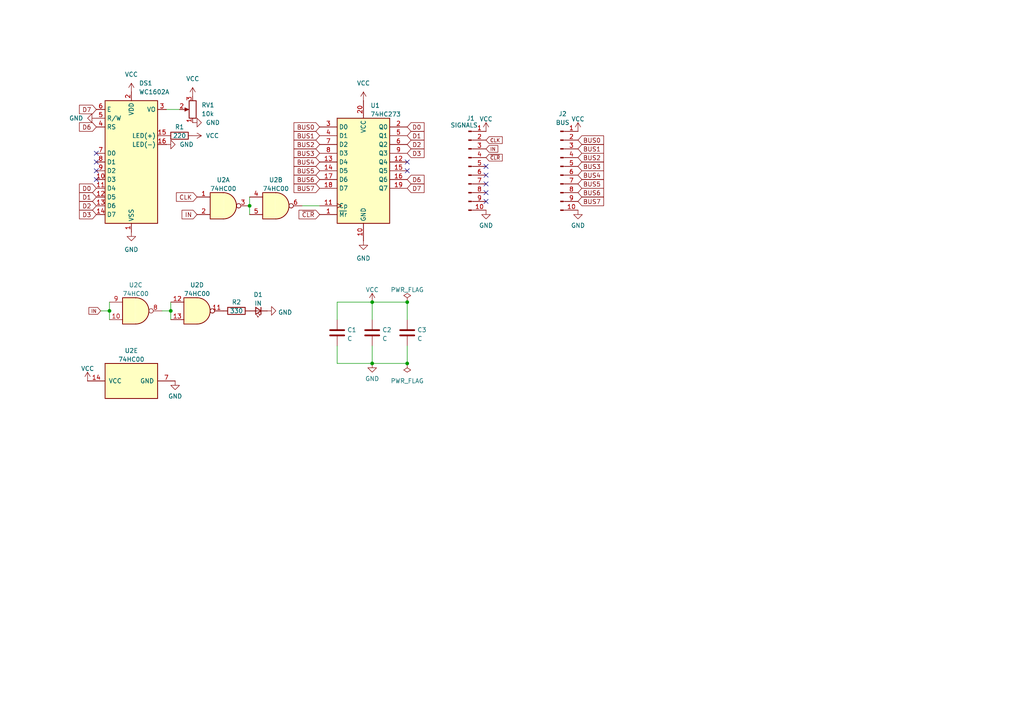
<source format=kicad_sch>
(kicad_sch
	(version 20231120)
	(generator "eeschema")
	(generator_version "8.0")
	(uuid "e4e1f26c-d80d-4c87-a992-1dab750cf9d9")
	(paper "A4")
	(lib_symbols
		(symbol "74xx:74HC00"
			(pin_names
				(offset 1.016)
			)
			(exclude_from_sim no)
			(in_bom yes)
			(on_board yes)
			(property "Reference" "U"
				(at 0 1.27 0)
				(effects
					(font
						(size 1.27 1.27)
					)
				)
			)
			(property "Value" "74HC00"
				(at 0 -1.27 0)
				(effects
					(font
						(size 1.27 1.27)
					)
				)
			)
			(property "Footprint" ""
				(at 0 0 0)
				(effects
					(font
						(size 1.27 1.27)
					)
					(hide yes)
				)
			)
			(property "Datasheet" "http://www.ti.com/lit/gpn/sn74hc00"
				(at 0 0 0)
				(effects
					(font
						(size 1.27 1.27)
					)
					(hide yes)
				)
			)
			(property "Description" "quad 2-input NAND gate"
				(at 0 0 0)
				(effects
					(font
						(size 1.27 1.27)
					)
					(hide yes)
				)
			)
			(property "ki_locked" ""
				(at 0 0 0)
				(effects
					(font
						(size 1.27 1.27)
					)
				)
			)
			(property "ki_keywords" "HCMOS nand 2-input"
				(at 0 0 0)
				(effects
					(font
						(size 1.27 1.27)
					)
					(hide yes)
				)
			)
			(property "ki_fp_filters" "DIP*W7.62mm* SO14*"
				(at 0 0 0)
				(effects
					(font
						(size 1.27 1.27)
					)
					(hide yes)
				)
			)
			(symbol "74HC00_1_1"
				(arc
					(start 0 -3.81)
					(mid 3.7934 0)
					(end 0 3.81)
					(stroke
						(width 0.254)
						(type default)
					)
					(fill
						(type background)
					)
				)
				(polyline
					(pts
						(xy 0 3.81) (xy -3.81 3.81) (xy -3.81 -3.81) (xy 0 -3.81)
					)
					(stroke
						(width 0.254)
						(type default)
					)
					(fill
						(type background)
					)
				)
				(pin input line
					(at -7.62 2.54 0)
					(length 3.81)
					(name "~"
						(effects
							(font
								(size 1.27 1.27)
							)
						)
					)
					(number "1"
						(effects
							(font
								(size 1.27 1.27)
							)
						)
					)
				)
				(pin input line
					(at -7.62 -2.54 0)
					(length 3.81)
					(name "~"
						(effects
							(font
								(size 1.27 1.27)
							)
						)
					)
					(number "2"
						(effects
							(font
								(size 1.27 1.27)
							)
						)
					)
				)
				(pin output inverted
					(at 7.62 0 180)
					(length 3.81)
					(name "~"
						(effects
							(font
								(size 1.27 1.27)
							)
						)
					)
					(number "3"
						(effects
							(font
								(size 1.27 1.27)
							)
						)
					)
				)
			)
			(symbol "74HC00_1_2"
				(arc
					(start -3.81 -3.81)
					(mid -2.589 0)
					(end -3.81 3.81)
					(stroke
						(width 0.254)
						(type default)
					)
					(fill
						(type none)
					)
				)
				(arc
					(start -0.6096 -3.81)
					(mid 2.1842 -2.5851)
					(end 3.81 0)
					(stroke
						(width 0.254)
						(type default)
					)
					(fill
						(type background)
					)
				)
				(polyline
					(pts
						(xy -3.81 -3.81) (xy -0.635 -3.81)
					)
					(stroke
						(width 0.254)
						(type default)
					)
					(fill
						(type background)
					)
				)
				(polyline
					(pts
						(xy -3.81 3.81) (xy -0.635 3.81)
					)
					(stroke
						(width 0.254)
						(type default)
					)
					(fill
						(type background)
					)
				)
				(polyline
					(pts
						(xy -0.635 3.81) (xy -3.81 3.81) (xy -3.81 3.81) (xy -3.556 3.4036) (xy -3.0226 2.2606) (xy -2.6924 1.0414)
						(xy -2.6162 -0.254) (xy -2.7686 -1.4986) (xy -3.175 -2.7178) (xy -3.81 -3.81) (xy -3.81 -3.81)
						(xy -0.635 -3.81)
					)
					(stroke
						(width -25.4)
						(type default)
					)
					(fill
						(type background)
					)
				)
				(arc
					(start 3.81 0)
					(mid 2.1915 2.5936)
					(end -0.6096 3.81)
					(stroke
						(width 0.254)
						(type default)
					)
					(fill
						(type background)
					)
				)
				(pin input inverted
					(at -7.62 2.54 0)
					(length 4.318)
					(name "~"
						(effects
							(font
								(size 1.27 1.27)
							)
						)
					)
					(number "1"
						(effects
							(font
								(size 1.27 1.27)
							)
						)
					)
				)
				(pin input inverted
					(at -7.62 -2.54 0)
					(length 4.318)
					(name "~"
						(effects
							(font
								(size 1.27 1.27)
							)
						)
					)
					(number "2"
						(effects
							(font
								(size 1.27 1.27)
							)
						)
					)
				)
				(pin output line
					(at 7.62 0 180)
					(length 3.81)
					(name "~"
						(effects
							(font
								(size 1.27 1.27)
							)
						)
					)
					(number "3"
						(effects
							(font
								(size 1.27 1.27)
							)
						)
					)
				)
			)
			(symbol "74HC00_2_1"
				(arc
					(start 0 -3.81)
					(mid 3.7934 0)
					(end 0 3.81)
					(stroke
						(width 0.254)
						(type default)
					)
					(fill
						(type background)
					)
				)
				(polyline
					(pts
						(xy 0 3.81) (xy -3.81 3.81) (xy -3.81 -3.81) (xy 0 -3.81)
					)
					(stroke
						(width 0.254)
						(type default)
					)
					(fill
						(type background)
					)
				)
				(pin input line
					(at -7.62 2.54 0)
					(length 3.81)
					(name "~"
						(effects
							(font
								(size 1.27 1.27)
							)
						)
					)
					(number "4"
						(effects
							(font
								(size 1.27 1.27)
							)
						)
					)
				)
				(pin input line
					(at -7.62 -2.54 0)
					(length 3.81)
					(name "~"
						(effects
							(font
								(size 1.27 1.27)
							)
						)
					)
					(number "5"
						(effects
							(font
								(size 1.27 1.27)
							)
						)
					)
				)
				(pin output inverted
					(at 7.62 0 180)
					(length 3.81)
					(name "~"
						(effects
							(font
								(size 1.27 1.27)
							)
						)
					)
					(number "6"
						(effects
							(font
								(size 1.27 1.27)
							)
						)
					)
				)
			)
			(symbol "74HC00_2_2"
				(arc
					(start -3.81 -3.81)
					(mid -2.589 0)
					(end -3.81 3.81)
					(stroke
						(width 0.254)
						(type default)
					)
					(fill
						(type none)
					)
				)
				(arc
					(start -0.6096 -3.81)
					(mid 2.1842 -2.5851)
					(end 3.81 0)
					(stroke
						(width 0.254)
						(type default)
					)
					(fill
						(type background)
					)
				)
				(polyline
					(pts
						(xy -3.81 -3.81) (xy -0.635 -3.81)
					)
					(stroke
						(width 0.254)
						(type default)
					)
					(fill
						(type background)
					)
				)
				(polyline
					(pts
						(xy -3.81 3.81) (xy -0.635 3.81)
					)
					(stroke
						(width 0.254)
						(type default)
					)
					(fill
						(type background)
					)
				)
				(polyline
					(pts
						(xy -0.635 3.81) (xy -3.81 3.81) (xy -3.81 3.81) (xy -3.556 3.4036) (xy -3.0226 2.2606) (xy -2.6924 1.0414)
						(xy -2.6162 -0.254) (xy -2.7686 -1.4986) (xy -3.175 -2.7178) (xy -3.81 -3.81) (xy -3.81 -3.81)
						(xy -0.635 -3.81)
					)
					(stroke
						(width -25.4)
						(type default)
					)
					(fill
						(type background)
					)
				)
				(arc
					(start 3.81 0)
					(mid 2.1915 2.5936)
					(end -0.6096 3.81)
					(stroke
						(width 0.254)
						(type default)
					)
					(fill
						(type background)
					)
				)
				(pin input inverted
					(at -7.62 2.54 0)
					(length 4.318)
					(name "~"
						(effects
							(font
								(size 1.27 1.27)
							)
						)
					)
					(number "4"
						(effects
							(font
								(size 1.27 1.27)
							)
						)
					)
				)
				(pin input inverted
					(at -7.62 -2.54 0)
					(length 4.318)
					(name "~"
						(effects
							(font
								(size 1.27 1.27)
							)
						)
					)
					(number "5"
						(effects
							(font
								(size 1.27 1.27)
							)
						)
					)
				)
				(pin output line
					(at 7.62 0 180)
					(length 3.81)
					(name "~"
						(effects
							(font
								(size 1.27 1.27)
							)
						)
					)
					(number "6"
						(effects
							(font
								(size 1.27 1.27)
							)
						)
					)
				)
			)
			(symbol "74HC00_3_1"
				(arc
					(start 0 -3.81)
					(mid 3.7934 0)
					(end 0 3.81)
					(stroke
						(width 0.254)
						(type default)
					)
					(fill
						(type background)
					)
				)
				(polyline
					(pts
						(xy 0 3.81) (xy -3.81 3.81) (xy -3.81 -3.81) (xy 0 -3.81)
					)
					(stroke
						(width 0.254)
						(type default)
					)
					(fill
						(type background)
					)
				)
				(pin input line
					(at -7.62 -2.54 0)
					(length 3.81)
					(name "~"
						(effects
							(font
								(size 1.27 1.27)
							)
						)
					)
					(number "10"
						(effects
							(font
								(size 1.27 1.27)
							)
						)
					)
				)
				(pin output inverted
					(at 7.62 0 180)
					(length 3.81)
					(name "~"
						(effects
							(font
								(size 1.27 1.27)
							)
						)
					)
					(number "8"
						(effects
							(font
								(size 1.27 1.27)
							)
						)
					)
				)
				(pin input line
					(at -7.62 2.54 0)
					(length 3.81)
					(name "~"
						(effects
							(font
								(size 1.27 1.27)
							)
						)
					)
					(number "9"
						(effects
							(font
								(size 1.27 1.27)
							)
						)
					)
				)
			)
			(symbol "74HC00_3_2"
				(arc
					(start -3.81 -3.81)
					(mid -2.589 0)
					(end -3.81 3.81)
					(stroke
						(width 0.254)
						(type default)
					)
					(fill
						(type none)
					)
				)
				(arc
					(start -0.6096 -3.81)
					(mid 2.1842 -2.5851)
					(end 3.81 0)
					(stroke
						(width 0.254)
						(type default)
					)
					(fill
						(type background)
					)
				)
				(polyline
					(pts
						(xy -3.81 -3.81) (xy -0.635 -3.81)
					)
					(stroke
						(width 0.254)
						(type default)
					)
					(fill
						(type background)
					)
				)
				(polyline
					(pts
						(xy -3.81 3.81) (xy -0.635 3.81)
					)
					(stroke
						(width 0.254)
						(type default)
					)
					(fill
						(type background)
					)
				)
				(polyline
					(pts
						(xy -0.635 3.81) (xy -3.81 3.81) (xy -3.81 3.81) (xy -3.556 3.4036) (xy -3.0226 2.2606) (xy -2.6924 1.0414)
						(xy -2.6162 -0.254) (xy -2.7686 -1.4986) (xy -3.175 -2.7178) (xy -3.81 -3.81) (xy -3.81 -3.81)
						(xy -0.635 -3.81)
					)
					(stroke
						(width -25.4)
						(type default)
					)
					(fill
						(type background)
					)
				)
				(arc
					(start 3.81 0)
					(mid 2.1915 2.5936)
					(end -0.6096 3.81)
					(stroke
						(width 0.254)
						(type default)
					)
					(fill
						(type background)
					)
				)
				(pin input inverted
					(at -7.62 -2.54 0)
					(length 4.318)
					(name "~"
						(effects
							(font
								(size 1.27 1.27)
							)
						)
					)
					(number "10"
						(effects
							(font
								(size 1.27 1.27)
							)
						)
					)
				)
				(pin output line
					(at 7.62 0 180)
					(length 3.81)
					(name "~"
						(effects
							(font
								(size 1.27 1.27)
							)
						)
					)
					(number "8"
						(effects
							(font
								(size 1.27 1.27)
							)
						)
					)
				)
				(pin input inverted
					(at -7.62 2.54 0)
					(length 4.318)
					(name "~"
						(effects
							(font
								(size 1.27 1.27)
							)
						)
					)
					(number "9"
						(effects
							(font
								(size 1.27 1.27)
							)
						)
					)
				)
			)
			(symbol "74HC00_4_1"
				(arc
					(start 0 -3.81)
					(mid 3.7934 0)
					(end 0 3.81)
					(stroke
						(width 0.254)
						(type default)
					)
					(fill
						(type background)
					)
				)
				(polyline
					(pts
						(xy 0 3.81) (xy -3.81 3.81) (xy -3.81 -3.81) (xy 0 -3.81)
					)
					(stroke
						(width 0.254)
						(type default)
					)
					(fill
						(type background)
					)
				)
				(pin output inverted
					(at 7.62 0 180)
					(length 3.81)
					(name "~"
						(effects
							(font
								(size 1.27 1.27)
							)
						)
					)
					(number "11"
						(effects
							(font
								(size 1.27 1.27)
							)
						)
					)
				)
				(pin input line
					(at -7.62 2.54 0)
					(length 3.81)
					(name "~"
						(effects
							(font
								(size 1.27 1.27)
							)
						)
					)
					(number "12"
						(effects
							(font
								(size 1.27 1.27)
							)
						)
					)
				)
				(pin input line
					(at -7.62 -2.54 0)
					(length 3.81)
					(name "~"
						(effects
							(font
								(size 1.27 1.27)
							)
						)
					)
					(number "13"
						(effects
							(font
								(size 1.27 1.27)
							)
						)
					)
				)
			)
			(symbol "74HC00_4_2"
				(arc
					(start -3.81 -3.81)
					(mid -2.589 0)
					(end -3.81 3.81)
					(stroke
						(width 0.254)
						(type default)
					)
					(fill
						(type none)
					)
				)
				(arc
					(start -0.6096 -3.81)
					(mid 2.1842 -2.5851)
					(end 3.81 0)
					(stroke
						(width 0.254)
						(type default)
					)
					(fill
						(type background)
					)
				)
				(polyline
					(pts
						(xy -3.81 -3.81) (xy -0.635 -3.81)
					)
					(stroke
						(width 0.254)
						(type default)
					)
					(fill
						(type background)
					)
				)
				(polyline
					(pts
						(xy -3.81 3.81) (xy -0.635 3.81)
					)
					(stroke
						(width 0.254)
						(type default)
					)
					(fill
						(type background)
					)
				)
				(polyline
					(pts
						(xy -0.635 3.81) (xy -3.81 3.81) (xy -3.81 3.81) (xy -3.556 3.4036) (xy -3.0226 2.2606) (xy -2.6924 1.0414)
						(xy -2.6162 -0.254) (xy -2.7686 -1.4986) (xy -3.175 -2.7178) (xy -3.81 -3.81) (xy -3.81 -3.81)
						(xy -0.635 -3.81)
					)
					(stroke
						(width -25.4)
						(type default)
					)
					(fill
						(type background)
					)
				)
				(arc
					(start 3.81 0)
					(mid 2.1915 2.5936)
					(end -0.6096 3.81)
					(stroke
						(width 0.254)
						(type default)
					)
					(fill
						(type background)
					)
				)
				(pin output line
					(at 7.62 0 180)
					(length 3.81)
					(name "~"
						(effects
							(font
								(size 1.27 1.27)
							)
						)
					)
					(number "11"
						(effects
							(font
								(size 1.27 1.27)
							)
						)
					)
				)
				(pin input inverted
					(at -7.62 2.54 0)
					(length 4.318)
					(name "~"
						(effects
							(font
								(size 1.27 1.27)
							)
						)
					)
					(number "12"
						(effects
							(font
								(size 1.27 1.27)
							)
						)
					)
				)
				(pin input inverted
					(at -7.62 -2.54 0)
					(length 4.318)
					(name "~"
						(effects
							(font
								(size 1.27 1.27)
							)
						)
					)
					(number "13"
						(effects
							(font
								(size 1.27 1.27)
							)
						)
					)
				)
			)
			(symbol "74HC00_5_0"
				(pin power_in line
					(at 0 12.7 270)
					(length 5.08)
					(name "VCC"
						(effects
							(font
								(size 1.27 1.27)
							)
						)
					)
					(number "14"
						(effects
							(font
								(size 1.27 1.27)
							)
						)
					)
				)
				(pin power_in line
					(at 0 -12.7 90)
					(length 5.08)
					(name "GND"
						(effects
							(font
								(size 1.27 1.27)
							)
						)
					)
					(number "7"
						(effects
							(font
								(size 1.27 1.27)
							)
						)
					)
				)
			)
			(symbol "74HC00_5_1"
				(rectangle
					(start -5.08 7.62)
					(end 5.08 -7.62)
					(stroke
						(width 0.254)
						(type default)
					)
					(fill
						(type background)
					)
				)
			)
		)
		(symbol "74xx:74HC273"
			(exclude_from_sim no)
			(in_bom yes)
			(on_board yes)
			(property "Reference" "U"
				(at -7.62 16.51 0)
				(effects
					(font
						(size 1.27 1.27)
					)
				)
			)
			(property "Value" "74HC273"
				(at -7.62 -16.51 0)
				(effects
					(font
						(size 1.27 1.27)
					)
				)
			)
			(property "Footprint" ""
				(at 0 0 0)
				(effects
					(font
						(size 1.27 1.27)
					)
					(hide yes)
				)
			)
			(property "Datasheet" "https://assets.nexperia.com/documents/data-sheet/74HC_HCT273.pdf"
				(at 0 0 0)
				(effects
					(font
						(size 1.27 1.27)
					)
					(hide yes)
				)
			)
			(property "Description" "8-bit D Flip-Flop, reset"
				(at 0 0 0)
				(effects
					(font
						(size 1.27 1.27)
					)
					(hide yes)
				)
			)
			(property "ki_keywords" "HCMOS DFF DFF8"
				(at 0 0 0)
				(effects
					(font
						(size 1.27 1.27)
					)
					(hide yes)
				)
			)
			(property "ki_fp_filters" "DIP?20* SO?20* SOIC?20*"
				(at 0 0 0)
				(effects
					(font
						(size 1.27 1.27)
					)
					(hide yes)
				)
			)
			(symbol "74HC273_1_0"
				(pin input line
					(at -12.7 -12.7 0)
					(length 5.08)
					(name "~{Mr}"
						(effects
							(font
								(size 1.27 1.27)
							)
						)
					)
					(number "1"
						(effects
							(font
								(size 1.27 1.27)
							)
						)
					)
				)
				(pin power_in line
					(at 0 -20.32 90)
					(length 5.08)
					(name "GND"
						(effects
							(font
								(size 1.27 1.27)
							)
						)
					)
					(number "10"
						(effects
							(font
								(size 1.27 1.27)
							)
						)
					)
				)
				(pin input clock
					(at -12.7 -10.16 0)
					(length 5.08)
					(name "Cp"
						(effects
							(font
								(size 1.27 1.27)
							)
						)
					)
					(number "11"
						(effects
							(font
								(size 1.27 1.27)
							)
						)
					)
				)
				(pin output line
					(at 12.7 2.54 180)
					(length 5.08)
					(name "Q4"
						(effects
							(font
								(size 1.27 1.27)
							)
						)
					)
					(number "12"
						(effects
							(font
								(size 1.27 1.27)
							)
						)
					)
				)
				(pin input line
					(at -12.7 2.54 0)
					(length 5.08)
					(name "D4"
						(effects
							(font
								(size 1.27 1.27)
							)
						)
					)
					(number "13"
						(effects
							(font
								(size 1.27 1.27)
							)
						)
					)
				)
				(pin input line
					(at -12.7 0 0)
					(length 5.08)
					(name "D5"
						(effects
							(font
								(size 1.27 1.27)
							)
						)
					)
					(number "14"
						(effects
							(font
								(size 1.27 1.27)
							)
						)
					)
				)
				(pin output line
					(at 12.7 0 180)
					(length 5.08)
					(name "Q5"
						(effects
							(font
								(size 1.27 1.27)
							)
						)
					)
					(number "15"
						(effects
							(font
								(size 1.27 1.27)
							)
						)
					)
				)
				(pin output line
					(at 12.7 -2.54 180)
					(length 5.08)
					(name "Q6"
						(effects
							(font
								(size 1.27 1.27)
							)
						)
					)
					(number "16"
						(effects
							(font
								(size 1.27 1.27)
							)
						)
					)
				)
				(pin input line
					(at -12.7 -2.54 0)
					(length 5.08)
					(name "D6"
						(effects
							(font
								(size 1.27 1.27)
							)
						)
					)
					(number "17"
						(effects
							(font
								(size 1.27 1.27)
							)
						)
					)
				)
				(pin input line
					(at -12.7 -5.08 0)
					(length 5.08)
					(name "D7"
						(effects
							(font
								(size 1.27 1.27)
							)
						)
					)
					(number "18"
						(effects
							(font
								(size 1.27 1.27)
							)
						)
					)
				)
				(pin output line
					(at 12.7 -5.08 180)
					(length 5.08)
					(name "Q7"
						(effects
							(font
								(size 1.27 1.27)
							)
						)
					)
					(number "19"
						(effects
							(font
								(size 1.27 1.27)
							)
						)
					)
				)
				(pin output line
					(at 12.7 12.7 180)
					(length 5.08)
					(name "Q0"
						(effects
							(font
								(size 1.27 1.27)
							)
						)
					)
					(number "2"
						(effects
							(font
								(size 1.27 1.27)
							)
						)
					)
				)
				(pin power_in line
					(at 0 20.32 270)
					(length 5.08)
					(name "VCC"
						(effects
							(font
								(size 1.27 1.27)
							)
						)
					)
					(number "20"
						(effects
							(font
								(size 1.27 1.27)
							)
						)
					)
				)
				(pin input line
					(at -12.7 12.7 0)
					(length 5.08)
					(name "D0"
						(effects
							(font
								(size 1.27 1.27)
							)
						)
					)
					(number "3"
						(effects
							(font
								(size 1.27 1.27)
							)
						)
					)
				)
				(pin input line
					(at -12.7 10.16 0)
					(length 5.08)
					(name "D1"
						(effects
							(font
								(size 1.27 1.27)
							)
						)
					)
					(number "4"
						(effects
							(font
								(size 1.27 1.27)
							)
						)
					)
				)
				(pin output line
					(at 12.7 10.16 180)
					(length 5.08)
					(name "Q1"
						(effects
							(font
								(size 1.27 1.27)
							)
						)
					)
					(number "5"
						(effects
							(font
								(size 1.27 1.27)
							)
						)
					)
				)
				(pin output line
					(at 12.7 7.62 180)
					(length 5.08)
					(name "Q2"
						(effects
							(font
								(size 1.27 1.27)
							)
						)
					)
					(number "6"
						(effects
							(font
								(size 1.27 1.27)
							)
						)
					)
				)
				(pin input line
					(at -12.7 7.62 0)
					(length 5.08)
					(name "D2"
						(effects
							(font
								(size 1.27 1.27)
							)
						)
					)
					(number "7"
						(effects
							(font
								(size 1.27 1.27)
							)
						)
					)
				)
				(pin input line
					(at -12.7 5.08 0)
					(length 5.08)
					(name "D3"
						(effects
							(font
								(size 1.27 1.27)
							)
						)
					)
					(number "8"
						(effects
							(font
								(size 1.27 1.27)
							)
						)
					)
				)
				(pin output line
					(at 12.7 5.08 180)
					(length 5.08)
					(name "Q3"
						(effects
							(font
								(size 1.27 1.27)
							)
						)
					)
					(number "9"
						(effects
							(font
								(size 1.27 1.27)
							)
						)
					)
				)
			)
			(symbol "74HC273_1_1"
				(rectangle
					(start -7.62 15.24)
					(end 7.62 -15.24)
					(stroke
						(width 0.254)
						(type default)
					)
					(fill
						(type background)
					)
				)
			)
		)
		(symbol "Connector:Conn_01x10_Pin"
			(pin_names
				(offset 1.016) hide)
			(exclude_from_sim no)
			(in_bom yes)
			(on_board yes)
			(property "Reference" "J"
				(at 0 12.7 0)
				(effects
					(font
						(size 1.27 1.27)
					)
				)
			)
			(property "Value" "Conn_01x10_Pin"
				(at 0 -15.24 0)
				(effects
					(font
						(size 1.27 1.27)
					)
				)
			)
			(property "Footprint" ""
				(at 0 0 0)
				(effects
					(font
						(size 1.27 1.27)
					)
					(hide yes)
				)
			)
			(property "Datasheet" "~"
				(at 0 0 0)
				(effects
					(font
						(size 1.27 1.27)
					)
					(hide yes)
				)
			)
			(property "Description" "Generic connector, single row, 01x10, script generated"
				(at 0 0 0)
				(effects
					(font
						(size 1.27 1.27)
					)
					(hide yes)
				)
			)
			(property "ki_locked" ""
				(at 0 0 0)
				(effects
					(font
						(size 1.27 1.27)
					)
				)
			)
			(property "ki_keywords" "connector"
				(at 0 0 0)
				(effects
					(font
						(size 1.27 1.27)
					)
					(hide yes)
				)
			)
			(property "ki_fp_filters" "Connector*:*_1x??_*"
				(at 0 0 0)
				(effects
					(font
						(size 1.27 1.27)
					)
					(hide yes)
				)
			)
			(symbol "Conn_01x10_Pin_1_1"
				(polyline
					(pts
						(xy 1.27 -12.7) (xy 0.8636 -12.7)
					)
					(stroke
						(width 0.1524)
						(type default)
					)
					(fill
						(type none)
					)
				)
				(polyline
					(pts
						(xy 1.27 -10.16) (xy 0.8636 -10.16)
					)
					(stroke
						(width 0.1524)
						(type default)
					)
					(fill
						(type none)
					)
				)
				(polyline
					(pts
						(xy 1.27 -7.62) (xy 0.8636 -7.62)
					)
					(stroke
						(width 0.1524)
						(type default)
					)
					(fill
						(type none)
					)
				)
				(polyline
					(pts
						(xy 1.27 -5.08) (xy 0.8636 -5.08)
					)
					(stroke
						(width 0.1524)
						(type default)
					)
					(fill
						(type none)
					)
				)
				(polyline
					(pts
						(xy 1.27 -2.54) (xy 0.8636 -2.54)
					)
					(stroke
						(width 0.1524)
						(type default)
					)
					(fill
						(type none)
					)
				)
				(polyline
					(pts
						(xy 1.27 0) (xy 0.8636 0)
					)
					(stroke
						(width 0.1524)
						(type default)
					)
					(fill
						(type none)
					)
				)
				(polyline
					(pts
						(xy 1.27 2.54) (xy 0.8636 2.54)
					)
					(stroke
						(width 0.1524)
						(type default)
					)
					(fill
						(type none)
					)
				)
				(polyline
					(pts
						(xy 1.27 5.08) (xy 0.8636 5.08)
					)
					(stroke
						(width 0.1524)
						(type default)
					)
					(fill
						(type none)
					)
				)
				(polyline
					(pts
						(xy 1.27 7.62) (xy 0.8636 7.62)
					)
					(stroke
						(width 0.1524)
						(type default)
					)
					(fill
						(type none)
					)
				)
				(polyline
					(pts
						(xy 1.27 10.16) (xy 0.8636 10.16)
					)
					(stroke
						(width 0.1524)
						(type default)
					)
					(fill
						(type none)
					)
				)
				(rectangle
					(start 0.8636 -12.573)
					(end 0 -12.827)
					(stroke
						(width 0.1524)
						(type default)
					)
					(fill
						(type outline)
					)
				)
				(rectangle
					(start 0.8636 -10.033)
					(end 0 -10.287)
					(stroke
						(width 0.1524)
						(type default)
					)
					(fill
						(type outline)
					)
				)
				(rectangle
					(start 0.8636 -7.493)
					(end 0 -7.747)
					(stroke
						(width 0.1524)
						(type default)
					)
					(fill
						(type outline)
					)
				)
				(rectangle
					(start 0.8636 -4.953)
					(end 0 -5.207)
					(stroke
						(width 0.1524)
						(type default)
					)
					(fill
						(type outline)
					)
				)
				(rectangle
					(start 0.8636 -2.413)
					(end 0 -2.667)
					(stroke
						(width 0.1524)
						(type default)
					)
					(fill
						(type outline)
					)
				)
				(rectangle
					(start 0.8636 0.127)
					(end 0 -0.127)
					(stroke
						(width 0.1524)
						(type default)
					)
					(fill
						(type outline)
					)
				)
				(rectangle
					(start 0.8636 2.667)
					(end 0 2.413)
					(stroke
						(width 0.1524)
						(type default)
					)
					(fill
						(type outline)
					)
				)
				(rectangle
					(start 0.8636 5.207)
					(end 0 4.953)
					(stroke
						(width 0.1524)
						(type default)
					)
					(fill
						(type outline)
					)
				)
				(rectangle
					(start 0.8636 7.747)
					(end 0 7.493)
					(stroke
						(width 0.1524)
						(type default)
					)
					(fill
						(type outline)
					)
				)
				(rectangle
					(start 0.8636 10.287)
					(end 0 10.033)
					(stroke
						(width 0.1524)
						(type default)
					)
					(fill
						(type outline)
					)
				)
				(pin passive line
					(at 5.08 10.16 180)
					(length 3.81)
					(name "Pin_1"
						(effects
							(font
								(size 1.27 1.27)
							)
						)
					)
					(number "1"
						(effects
							(font
								(size 1.27 1.27)
							)
						)
					)
				)
				(pin passive line
					(at 5.08 -12.7 180)
					(length 3.81)
					(name "Pin_10"
						(effects
							(font
								(size 1.27 1.27)
							)
						)
					)
					(number "10"
						(effects
							(font
								(size 1.27 1.27)
							)
						)
					)
				)
				(pin passive line
					(at 5.08 7.62 180)
					(length 3.81)
					(name "Pin_2"
						(effects
							(font
								(size 1.27 1.27)
							)
						)
					)
					(number "2"
						(effects
							(font
								(size 1.27 1.27)
							)
						)
					)
				)
				(pin passive line
					(at 5.08 5.08 180)
					(length 3.81)
					(name "Pin_3"
						(effects
							(font
								(size 1.27 1.27)
							)
						)
					)
					(number "3"
						(effects
							(font
								(size 1.27 1.27)
							)
						)
					)
				)
				(pin passive line
					(at 5.08 2.54 180)
					(length 3.81)
					(name "Pin_4"
						(effects
							(font
								(size 1.27 1.27)
							)
						)
					)
					(number "4"
						(effects
							(font
								(size 1.27 1.27)
							)
						)
					)
				)
				(pin passive line
					(at 5.08 0 180)
					(length 3.81)
					(name "Pin_5"
						(effects
							(font
								(size 1.27 1.27)
							)
						)
					)
					(number "5"
						(effects
							(font
								(size 1.27 1.27)
							)
						)
					)
				)
				(pin passive line
					(at 5.08 -2.54 180)
					(length 3.81)
					(name "Pin_6"
						(effects
							(font
								(size 1.27 1.27)
							)
						)
					)
					(number "6"
						(effects
							(font
								(size 1.27 1.27)
							)
						)
					)
				)
				(pin passive line
					(at 5.08 -5.08 180)
					(length 3.81)
					(name "Pin_7"
						(effects
							(font
								(size 1.27 1.27)
							)
						)
					)
					(number "7"
						(effects
							(font
								(size 1.27 1.27)
							)
						)
					)
				)
				(pin passive line
					(at 5.08 -7.62 180)
					(length 3.81)
					(name "Pin_8"
						(effects
							(font
								(size 1.27 1.27)
							)
						)
					)
					(number "8"
						(effects
							(font
								(size 1.27 1.27)
							)
						)
					)
				)
				(pin passive line
					(at 5.08 -10.16 180)
					(length 3.81)
					(name "Pin_9"
						(effects
							(font
								(size 1.27 1.27)
							)
						)
					)
					(number "9"
						(effects
							(font
								(size 1.27 1.27)
							)
						)
					)
				)
			)
		)
		(symbol "Device:C"
			(pin_numbers hide)
			(pin_names
				(offset 0.254)
			)
			(exclude_from_sim no)
			(in_bom yes)
			(on_board yes)
			(property "Reference" "C"
				(at 0.635 2.54 0)
				(effects
					(font
						(size 1.27 1.27)
					)
					(justify left)
				)
			)
			(property "Value" "C"
				(at 0.635 -2.54 0)
				(effects
					(font
						(size 1.27 1.27)
					)
					(justify left)
				)
			)
			(property "Footprint" ""
				(at 0.9652 -3.81 0)
				(effects
					(font
						(size 1.27 1.27)
					)
					(hide yes)
				)
			)
			(property "Datasheet" "~"
				(at 0 0 0)
				(effects
					(font
						(size 1.27 1.27)
					)
					(hide yes)
				)
			)
			(property "Description" "Unpolarized capacitor"
				(at 0 0 0)
				(effects
					(font
						(size 1.27 1.27)
					)
					(hide yes)
				)
			)
			(property "ki_keywords" "cap capacitor"
				(at 0 0 0)
				(effects
					(font
						(size 1.27 1.27)
					)
					(hide yes)
				)
			)
			(property "ki_fp_filters" "C_*"
				(at 0 0 0)
				(effects
					(font
						(size 1.27 1.27)
					)
					(hide yes)
				)
			)
			(symbol "C_0_1"
				(polyline
					(pts
						(xy -2.032 -0.762) (xy 2.032 -0.762)
					)
					(stroke
						(width 0.508)
						(type default)
					)
					(fill
						(type none)
					)
				)
				(polyline
					(pts
						(xy -2.032 0.762) (xy 2.032 0.762)
					)
					(stroke
						(width 0.508)
						(type default)
					)
					(fill
						(type none)
					)
				)
			)
			(symbol "C_1_1"
				(pin passive line
					(at 0 3.81 270)
					(length 2.794)
					(name "~"
						(effects
							(font
								(size 1.27 1.27)
							)
						)
					)
					(number "1"
						(effects
							(font
								(size 1.27 1.27)
							)
						)
					)
				)
				(pin passive line
					(at 0 -3.81 90)
					(length 2.794)
					(name "~"
						(effects
							(font
								(size 1.27 1.27)
							)
						)
					)
					(number "2"
						(effects
							(font
								(size 1.27 1.27)
							)
						)
					)
				)
			)
		)
		(symbol "Device:LED_Small"
			(pin_numbers hide)
			(pin_names
				(offset 0.254) hide)
			(exclude_from_sim no)
			(in_bom yes)
			(on_board yes)
			(property "Reference" "D"
				(at -1.27 3.175 0)
				(effects
					(font
						(size 1.27 1.27)
					)
					(justify left)
				)
			)
			(property "Value" "LED_Small"
				(at -4.445 -2.54 0)
				(effects
					(font
						(size 1.27 1.27)
					)
					(justify left)
				)
			)
			(property "Footprint" ""
				(at 0 0 90)
				(effects
					(font
						(size 1.27 1.27)
					)
					(hide yes)
				)
			)
			(property "Datasheet" "~"
				(at 0 0 90)
				(effects
					(font
						(size 1.27 1.27)
					)
					(hide yes)
				)
			)
			(property "Description" "Light emitting diode, small symbol"
				(at 0 0 0)
				(effects
					(font
						(size 1.27 1.27)
					)
					(hide yes)
				)
			)
			(property "ki_keywords" "LED diode light-emitting-diode"
				(at 0 0 0)
				(effects
					(font
						(size 1.27 1.27)
					)
					(hide yes)
				)
			)
			(property "ki_fp_filters" "LED* LED_SMD:* LED_THT:*"
				(at 0 0 0)
				(effects
					(font
						(size 1.27 1.27)
					)
					(hide yes)
				)
			)
			(symbol "LED_Small_0_1"
				(polyline
					(pts
						(xy -0.762 -1.016) (xy -0.762 1.016)
					)
					(stroke
						(width 0.254)
						(type default)
					)
					(fill
						(type none)
					)
				)
				(polyline
					(pts
						(xy 1.016 0) (xy -0.762 0)
					)
					(stroke
						(width 0)
						(type default)
					)
					(fill
						(type none)
					)
				)
				(polyline
					(pts
						(xy 0.762 -1.016) (xy -0.762 0) (xy 0.762 1.016) (xy 0.762 -1.016)
					)
					(stroke
						(width 0.254)
						(type default)
					)
					(fill
						(type none)
					)
				)
				(polyline
					(pts
						(xy 0 0.762) (xy -0.508 1.27) (xy -0.254 1.27) (xy -0.508 1.27) (xy -0.508 1.016)
					)
					(stroke
						(width 0)
						(type default)
					)
					(fill
						(type none)
					)
				)
				(polyline
					(pts
						(xy 0.508 1.27) (xy 0 1.778) (xy 0.254 1.778) (xy 0 1.778) (xy 0 1.524)
					)
					(stroke
						(width 0)
						(type default)
					)
					(fill
						(type none)
					)
				)
			)
			(symbol "LED_Small_1_1"
				(pin passive line
					(at -2.54 0 0)
					(length 1.778)
					(name "K"
						(effects
							(font
								(size 1.27 1.27)
							)
						)
					)
					(number "1"
						(effects
							(font
								(size 1.27 1.27)
							)
						)
					)
				)
				(pin passive line
					(at 2.54 0 180)
					(length 1.778)
					(name "A"
						(effects
							(font
								(size 1.27 1.27)
							)
						)
					)
					(number "2"
						(effects
							(font
								(size 1.27 1.27)
							)
						)
					)
				)
			)
		)
		(symbol "Device:R"
			(pin_numbers hide)
			(pin_names
				(offset 0)
			)
			(exclude_from_sim no)
			(in_bom yes)
			(on_board yes)
			(property "Reference" "R"
				(at 2.032 0 90)
				(effects
					(font
						(size 1.27 1.27)
					)
				)
			)
			(property "Value" "R"
				(at 0 0 90)
				(effects
					(font
						(size 1.27 1.27)
					)
				)
			)
			(property "Footprint" ""
				(at -1.778 0 90)
				(effects
					(font
						(size 1.27 1.27)
					)
					(hide yes)
				)
			)
			(property "Datasheet" "~"
				(at 0 0 0)
				(effects
					(font
						(size 1.27 1.27)
					)
					(hide yes)
				)
			)
			(property "Description" "Resistor"
				(at 0 0 0)
				(effects
					(font
						(size 1.27 1.27)
					)
					(hide yes)
				)
			)
			(property "ki_keywords" "R res resistor"
				(at 0 0 0)
				(effects
					(font
						(size 1.27 1.27)
					)
					(hide yes)
				)
			)
			(property "ki_fp_filters" "R_*"
				(at 0 0 0)
				(effects
					(font
						(size 1.27 1.27)
					)
					(hide yes)
				)
			)
			(symbol "R_0_1"
				(rectangle
					(start -1.016 -2.54)
					(end 1.016 2.54)
					(stroke
						(width 0.254)
						(type default)
					)
					(fill
						(type none)
					)
				)
			)
			(symbol "R_1_1"
				(pin passive line
					(at 0 3.81 270)
					(length 1.27)
					(name "~"
						(effects
							(font
								(size 1.27 1.27)
							)
						)
					)
					(number "1"
						(effects
							(font
								(size 1.27 1.27)
							)
						)
					)
				)
				(pin passive line
					(at 0 -3.81 90)
					(length 1.27)
					(name "~"
						(effects
							(font
								(size 1.27 1.27)
							)
						)
					)
					(number "2"
						(effects
							(font
								(size 1.27 1.27)
							)
						)
					)
				)
			)
		)
		(symbol "Device:R_Potentiometer"
			(pin_names
				(offset 1.016) hide)
			(exclude_from_sim no)
			(in_bom yes)
			(on_board yes)
			(property "Reference" "RV"
				(at -4.445 0 90)
				(effects
					(font
						(size 1.27 1.27)
					)
				)
			)
			(property "Value" "R_Potentiometer"
				(at -2.54 0 90)
				(effects
					(font
						(size 1.27 1.27)
					)
				)
			)
			(property "Footprint" ""
				(at 0 0 0)
				(effects
					(font
						(size 1.27 1.27)
					)
					(hide yes)
				)
			)
			(property "Datasheet" "~"
				(at 0 0 0)
				(effects
					(font
						(size 1.27 1.27)
					)
					(hide yes)
				)
			)
			(property "Description" "Potentiometer"
				(at 0 0 0)
				(effects
					(font
						(size 1.27 1.27)
					)
					(hide yes)
				)
			)
			(property "ki_keywords" "resistor variable"
				(at 0 0 0)
				(effects
					(font
						(size 1.27 1.27)
					)
					(hide yes)
				)
			)
			(property "ki_fp_filters" "Potentiometer*"
				(at 0 0 0)
				(effects
					(font
						(size 1.27 1.27)
					)
					(hide yes)
				)
			)
			(symbol "R_Potentiometer_0_1"
				(polyline
					(pts
						(xy 2.54 0) (xy 1.524 0)
					)
					(stroke
						(width 0)
						(type default)
					)
					(fill
						(type none)
					)
				)
				(polyline
					(pts
						(xy 1.143 0) (xy 2.286 0.508) (xy 2.286 -0.508) (xy 1.143 0)
					)
					(stroke
						(width 0)
						(type default)
					)
					(fill
						(type outline)
					)
				)
				(rectangle
					(start 1.016 2.54)
					(end -1.016 -2.54)
					(stroke
						(width 0.254)
						(type default)
					)
					(fill
						(type none)
					)
				)
			)
			(symbol "R_Potentiometer_1_1"
				(pin passive line
					(at 0 3.81 270)
					(length 1.27)
					(name "1"
						(effects
							(font
								(size 1.27 1.27)
							)
						)
					)
					(number "1"
						(effects
							(font
								(size 1.27 1.27)
							)
						)
					)
				)
				(pin passive line
					(at 3.81 0 180)
					(length 1.27)
					(name "2"
						(effects
							(font
								(size 1.27 1.27)
							)
						)
					)
					(number "2"
						(effects
							(font
								(size 1.27 1.27)
							)
						)
					)
				)
				(pin passive line
					(at 0 -3.81 90)
					(length 1.27)
					(name "3"
						(effects
							(font
								(size 1.27 1.27)
							)
						)
					)
					(number "3"
						(effects
							(font
								(size 1.27 1.27)
							)
						)
					)
				)
			)
		)
		(symbol "Display_Character:WC1602A"
			(exclude_from_sim no)
			(in_bom yes)
			(on_board yes)
			(property "Reference" "DS"
				(at -5.842 19.05 0)
				(effects
					(font
						(size 1.27 1.27)
					)
				)
			)
			(property "Value" "WC1602A"
				(at 5.334 19.05 0)
				(effects
					(font
						(size 1.27 1.27)
					)
				)
			)
			(property "Footprint" "Display:WC1602A"
				(at 0 -22.86 0)
				(effects
					(font
						(size 1.27 1.27)
						(italic yes)
					)
					(hide yes)
				)
			)
			(property "Datasheet" "http://www.wincomlcd.com/pdf/WC1602A-SFYLYHTC06.pdf"
				(at 17.78 0 0)
				(effects
					(font
						(size 1.27 1.27)
					)
					(hide yes)
				)
			)
			(property "Description" "LCD 16x2 Alphanumeric , 8 bit parallel bus, 5V VDD"
				(at 0 0 0)
				(effects
					(font
						(size 1.27 1.27)
					)
					(hide yes)
				)
			)
			(property "ki_keywords" "display LCD dot-matrix"
				(at 0 0 0)
				(effects
					(font
						(size 1.27 1.27)
					)
					(hide yes)
				)
			)
			(property "ki_fp_filters" "*WC*1602A*"
				(at 0 0 0)
				(effects
					(font
						(size 1.27 1.27)
					)
					(hide yes)
				)
			)
			(symbol "WC1602A_1_1"
				(rectangle
					(start -7.62 17.78)
					(end 7.62 -17.78)
					(stroke
						(width 0.254)
						(type default)
					)
					(fill
						(type background)
					)
				)
				(pin power_in line
					(at 0 -20.32 90)
					(length 2.54)
					(name "VSS"
						(effects
							(font
								(size 1.27 1.27)
							)
						)
					)
					(number "1"
						(effects
							(font
								(size 1.27 1.27)
							)
						)
					)
				)
				(pin input line
					(at -10.16 -5.08 0)
					(length 2.54)
					(name "D3"
						(effects
							(font
								(size 1.27 1.27)
							)
						)
					)
					(number "10"
						(effects
							(font
								(size 1.27 1.27)
							)
						)
					)
				)
				(pin input line
					(at -10.16 -7.62 0)
					(length 2.54)
					(name "D4"
						(effects
							(font
								(size 1.27 1.27)
							)
						)
					)
					(number "11"
						(effects
							(font
								(size 1.27 1.27)
							)
						)
					)
				)
				(pin input line
					(at -10.16 -10.16 0)
					(length 2.54)
					(name "D5"
						(effects
							(font
								(size 1.27 1.27)
							)
						)
					)
					(number "12"
						(effects
							(font
								(size 1.27 1.27)
							)
						)
					)
				)
				(pin input line
					(at -10.16 -12.7 0)
					(length 2.54)
					(name "D6"
						(effects
							(font
								(size 1.27 1.27)
							)
						)
					)
					(number "13"
						(effects
							(font
								(size 1.27 1.27)
							)
						)
					)
				)
				(pin input line
					(at -10.16 -15.24 0)
					(length 2.54)
					(name "D7"
						(effects
							(font
								(size 1.27 1.27)
							)
						)
					)
					(number "14"
						(effects
							(font
								(size 1.27 1.27)
							)
						)
					)
				)
				(pin power_in line
					(at 10.16 7.62 180)
					(length 2.54)
					(name "LED(+)"
						(effects
							(font
								(size 1.27 1.27)
							)
						)
					)
					(number "15"
						(effects
							(font
								(size 1.27 1.27)
							)
						)
					)
				)
				(pin power_in line
					(at 10.16 5.08 180)
					(length 2.54)
					(name "LED(-)"
						(effects
							(font
								(size 1.27 1.27)
							)
						)
					)
					(number "16"
						(effects
							(font
								(size 1.27 1.27)
							)
						)
					)
				)
				(pin power_in line
					(at 0 20.32 270)
					(length 2.54)
					(name "VDD"
						(effects
							(font
								(size 1.27 1.27)
							)
						)
					)
					(number "2"
						(effects
							(font
								(size 1.27 1.27)
							)
						)
					)
				)
				(pin input line
					(at 10.16 15.24 180)
					(length 2.54)
					(name "VO"
						(effects
							(font
								(size 1.27 1.27)
							)
						)
					)
					(number "3"
						(effects
							(font
								(size 1.27 1.27)
							)
						)
					)
				)
				(pin input line
					(at -10.16 10.16 0)
					(length 2.54)
					(name "RS"
						(effects
							(font
								(size 1.27 1.27)
							)
						)
					)
					(number "4"
						(effects
							(font
								(size 1.27 1.27)
							)
						)
					)
				)
				(pin input line
					(at -10.16 12.7 0)
					(length 2.54)
					(name "R/W"
						(effects
							(font
								(size 1.27 1.27)
							)
						)
					)
					(number "5"
						(effects
							(font
								(size 1.27 1.27)
							)
						)
					)
				)
				(pin input line
					(at -10.16 15.24 0)
					(length 2.54)
					(name "E"
						(effects
							(font
								(size 1.27 1.27)
							)
						)
					)
					(number "6"
						(effects
							(font
								(size 1.27 1.27)
							)
						)
					)
				)
				(pin input line
					(at -10.16 2.54 0)
					(length 2.54)
					(name "D0"
						(effects
							(font
								(size 1.27 1.27)
							)
						)
					)
					(number "7"
						(effects
							(font
								(size 1.27 1.27)
							)
						)
					)
				)
				(pin input line
					(at -10.16 0 0)
					(length 2.54)
					(name "D1"
						(effects
							(font
								(size 1.27 1.27)
							)
						)
					)
					(number "8"
						(effects
							(font
								(size 1.27 1.27)
							)
						)
					)
				)
				(pin input line
					(at -10.16 -2.54 0)
					(length 2.54)
					(name "D2"
						(effects
							(font
								(size 1.27 1.27)
							)
						)
					)
					(number "9"
						(effects
							(font
								(size 1.27 1.27)
							)
						)
					)
				)
			)
		)
		(symbol "PWR_FLAG_1"
			(power)
			(pin_numbers hide)
			(pin_names
				(offset 0) hide)
			(exclude_from_sim no)
			(in_bom yes)
			(on_board yes)
			(property "Reference" "#FLG"
				(at 0 1.905 0)
				(effects
					(font
						(size 1.27 1.27)
					)
					(hide yes)
				)
			)
			(property "Value" "PWR_FLAG"
				(at 0 3.81 0)
				(effects
					(font
						(size 1.27 1.27)
					)
				)
			)
			(property "Footprint" ""
				(at 0 0 0)
				(effects
					(font
						(size 1.27 1.27)
					)
					(hide yes)
				)
			)
			(property "Datasheet" "~"
				(at 0 0 0)
				(effects
					(font
						(size 1.27 1.27)
					)
					(hide yes)
				)
			)
			(property "Description" "Special symbol for telling ERC where power comes from"
				(at 0 0 0)
				(effects
					(font
						(size 1.27 1.27)
					)
					(hide yes)
				)
			)
			(property "ki_keywords" "flag power"
				(at 0 0 0)
				(effects
					(font
						(size 1.27 1.27)
					)
					(hide yes)
				)
			)
			(symbol "PWR_FLAG_1_0_0"
				(pin power_out line
					(at 0 0 90)
					(length 0)
					(name "~"
						(effects
							(font
								(size 1.27 1.27)
							)
						)
					)
					(number "1"
						(effects
							(font
								(size 1.27 1.27)
							)
						)
					)
				)
			)
			(symbol "PWR_FLAG_1_0_1"
				(polyline
					(pts
						(xy 0 0) (xy 0 1.27) (xy -1.016 1.905) (xy 0 2.54) (xy 1.016 1.905) (xy 0 1.27)
					)
					(stroke
						(width 0)
						(type default)
					)
					(fill
						(type none)
					)
				)
			)
		)
		(symbol "power:GND"
			(power)
			(pin_numbers hide)
			(pin_names
				(offset 0) hide)
			(exclude_from_sim no)
			(in_bom yes)
			(on_board yes)
			(property "Reference" "#PWR"
				(at 0 -6.35 0)
				(effects
					(font
						(size 1.27 1.27)
					)
					(hide yes)
				)
			)
			(property "Value" "GND"
				(at 0 -3.81 0)
				(effects
					(font
						(size 1.27 1.27)
					)
				)
			)
			(property "Footprint" ""
				(at 0 0 0)
				(effects
					(font
						(size 1.27 1.27)
					)
					(hide yes)
				)
			)
			(property "Datasheet" ""
				(at 0 0 0)
				(effects
					(font
						(size 1.27 1.27)
					)
					(hide yes)
				)
			)
			(property "Description" "Power symbol creates a global label with name \"GND\" , ground"
				(at 0 0 0)
				(effects
					(font
						(size 1.27 1.27)
					)
					(hide yes)
				)
			)
			(property "ki_keywords" "global power"
				(at 0 0 0)
				(effects
					(font
						(size 1.27 1.27)
					)
					(hide yes)
				)
			)
			(symbol "GND_0_1"
				(polyline
					(pts
						(xy 0 0) (xy 0 -1.27) (xy 1.27 -1.27) (xy 0 -2.54) (xy -1.27 -1.27) (xy 0 -1.27)
					)
					(stroke
						(width 0)
						(type default)
					)
					(fill
						(type none)
					)
				)
			)
			(symbol "GND_1_1"
				(pin power_in line
					(at 0 0 270)
					(length 0)
					(name "~"
						(effects
							(font
								(size 1.27 1.27)
							)
						)
					)
					(number "1"
						(effects
							(font
								(size 1.27 1.27)
							)
						)
					)
				)
			)
		)
		(symbol "power:PWR_FLAG"
			(power)
			(pin_numbers hide)
			(pin_names
				(offset 0) hide)
			(exclude_from_sim no)
			(in_bom yes)
			(on_board yes)
			(property "Reference" "#FLG"
				(at 0 1.905 0)
				(effects
					(font
						(size 1.27 1.27)
					)
					(hide yes)
				)
			)
			(property "Value" "PWR_FLAG"
				(at 0 3.81 0)
				(effects
					(font
						(size 1.27 1.27)
					)
				)
			)
			(property "Footprint" ""
				(at 0 0 0)
				(effects
					(font
						(size 1.27 1.27)
					)
					(hide yes)
				)
			)
			(property "Datasheet" "~"
				(at 0 0 0)
				(effects
					(font
						(size 1.27 1.27)
					)
					(hide yes)
				)
			)
			(property "Description" "Special symbol for telling ERC where power comes from"
				(at 0 0 0)
				(effects
					(font
						(size 1.27 1.27)
					)
					(hide yes)
				)
			)
			(property "ki_keywords" "flag power"
				(at 0 0 0)
				(effects
					(font
						(size 1.27 1.27)
					)
					(hide yes)
				)
			)
			(symbol "PWR_FLAG_0_0"
				(pin power_out line
					(at 0 0 90)
					(length 0)
					(name "~"
						(effects
							(font
								(size 1.27 1.27)
							)
						)
					)
					(number "1"
						(effects
							(font
								(size 1.27 1.27)
							)
						)
					)
				)
			)
			(symbol "PWR_FLAG_0_1"
				(polyline
					(pts
						(xy 0 0) (xy 0 1.27) (xy -1.016 1.905) (xy 0 2.54) (xy 1.016 1.905) (xy 0 1.27)
					)
					(stroke
						(width 0)
						(type default)
					)
					(fill
						(type none)
					)
				)
			)
		)
		(symbol "power:VCC"
			(power)
			(pin_numbers hide)
			(pin_names
				(offset 0) hide)
			(exclude_from_sim no)
			(in_bom yes)
			(on_board yes)
			(property "Reference" "#PWR"
				(at 0 -3.81 0)
				(effects
					(font
						(size 1.27 1.27)
					)
					(hide yes)
				)
			)
			(property "Value" "VCC"
				(at 0 3.556 0)
				(effects
					(font
						(size 1.27 1.27)
					)
				)
			)
			(property "Footprint" ""
				(at 0 0 0)
				(effects
					(font
						(size 1.27 1.27)
					)
					(hide yes)
				)
			)
			(property "Datasheet" ""
				(at 0 0 0)
				(effects
					(font
						(size 1.27 1.27)
					)
					(hide yes)
				)
			)
			(property "Description" "Power symbol creates a global label with name \"VCC\""
				(at 0 0 0)
				(effects
					(font
						(size 1.27 1.27)
					)
					(hide yes)
				)
			)
			(property "ki_keywords" "global power"
				(at 0 0 0)
				(effects
					(font
						(size 1.27 1.27)
					)
					(hide yes)
				)
			)
			(symbol "VCC_0_1"
				(polyline
					(pts
						(xy -0.762 1.27) (xy 0 2.54)
					)
					(stroke
						(width 0)
						(type default)
					)
					(fill
						(type none)
					)
				)
				(polyline
					(pts
						(xy 0 0) (xy 0 2.54)
					)
					(stroke
						(width 0)
						(type default)
					)
					(fill
						(type none)
					)
				)
				(polyline
					(pts
						(xy 0 2.54) (xy 0.762 1.27)
					)
					(stroke
						(width 0)
						(type default)
					)
					(fill
						(type none)
					)
				)
			)
			(symbol "VCC_1_1"
				(pin power_in line
					(at 0 0 90)
					(length 0)
					(name "~"
						(effects
							(font
								(size 1.27 1.27)
							)
						)
					)
					(number "1"
						(effects
							(font
								(size 1.27 1.27)
							)
						)
					)
				)
			)
		)
	)
	(junction
		(at 118.11 105.41)
		(diameter 0)
		(color 0 0 0 0)
		(uuid "058e6113-d2f2-4392-852f-b1a2d6d9058c")
	)
	(junction
		(at 107.95 87.63)
		(diameter 0)
		(color 0 0 0 0)
		(uuid "37870e66-cb3d-40e0-be4a-78814bb84100")
	)
	(junction
		(at 118.11 87.63)
		(diameter 0)
		(color 0 0 0 0)
		(uuid "7fc01aaa-5b01-4702-8db9-55e349d08737")
	)
	(junction
		(at 107.95 105.41)
		(diameter 0)
		(color 0 0 0 0)
		(uuid "9a4c43df-0dea-40bb-affd-3b489e30a531")
	)
	(junction
		(at 31.75 90.17)
		(diameter 0)
		(color 0 0 0 0)
		(uuid "9be8d0fd-9d5b-4e94-89a0-a1f577e66a88")
	)
	(junction
		(at 72.39 59.69)
		(diameter 0)
		(color 0 0 0 0)
		(uuid "b61871b2-9cac-47af-91e5-47dc314db5dc")
	)
	(junction
		(at 49.53 90.17)
		(diameter 0)
		(color 0 0 0 0)
		(uuid "f334d9e8-e202-41e6-b6c0-4d19654b099b")
	)
	(no_connect
		(at 140.97 48.26)
		(uuid "0a3b8e5f-8c64-4acb-bb2f-5bd640a69b40")
	)
	(no_connect
		(at 27.94 49.53)
		(uuid "16c7a7d5-b4e9-4ce2-af9f-f7ee64e37c21")
	)
	(no_connect
		(at 140.97 53.34)
		(uuid "2d48cdd8-28bf-4603-bd85-92869c3d157d")
	)
	(no_connect
		(at 118.11 49.53)
		(uuid "394df8b0-eb1a-4025-8778-e8935294a42f")
	)
	(no_connect
		(at 140.97 50.8)
		(uuid "478efc52-8e2c-4365-968b-977177600724")
	)
	(no_connect
		(at 140.97 55.88)
		(uuid "5b6ee700-1062-4fef-b9c3-c78c04468e6b")
	)
	(no_connect
		(at 118.11 46.99)
		(uuid "97f49e18-cd59-4961-899d-c05c8923acce")
	)
	(no_connect
		(at 27.94 52.07)
		(uuid "a043636b-7b38-4db9-85a1-55a088219d74")
	)
	(no_connect
		(at 27.94 46.99)
		(uuid "a12ac541-4592-4e3b-84c7-0c9079f377fe")
	)
	(no_connect
		(at 27.94 44.45)
		(uuid "ae89699d-30c3-49fc-9f43-42f2118d4a40")
	)
	(no_connect
		(at 140.97 58.42)
		(uuid "e000507b-7981-43a6-bd65-2666828cd9bf")
	)
	(wire
		(pts
			(xy 72.39 59.69) (xy 72.39 62.23)
		)
		(stroke
			(width 0)
			(type default)
		)
		(uuid "03c0a8d4-4318-471a-9368-a6eece8f7619")
	)
	(wire
		(pts
			(xy 31.75 90.17) (xy 31.75 87.63)
		)
		(stroke
			(width 0)
			(type default)
		)
		(uuid "05788859-c9fd-4839-a422-b38779f18de8")
	)
	(wire
		(pts
			(xy 31.75 90.17) (xy 31.75 92.71)
		)
		(stroke
			(width 0)
			(type default)
		)
		(uuid "05d0460a-2f0e-4e4e-a3d5-265b15c9027e")
	)
	(wire
		(pts
			(xy 97.79 100.33) (xy 97.79 105.41)
		)
		(stroke
			(width 0)
			(type default)
		)
		(uuid "09c2411f-134b-4b63-99b6-f4e43dbc08de")
	)
	(wire
		(pts
			(xy 118.11 87.63) (xy 118.11 92.71)
		)
		(stroke
			(width 0)
			(type default)
		)
		(uuid "17dc2191-cbef-48c6-a073-5e9e27405d3d")
	)
	(wire
		(pts
			(xy 46.99 90.17) (xy 49.53 90.17)
		)
		(stroke
			(width 0)
			(type default)
		)
		(uuid "1fa59240-2c4f-4410-a492-b48115c4ba32")
	)
	(wire
		(pts
			(xy 72.39 57.15) (xy 72.39 59.69)
		)
		(stroke
			(width 0)
			(type default)
		)
		(uuid "36aaf2b9-abc3-49f3-bd89-fe2101190041")
	)
	(wire
		(pts
			(xy 97.79 105.41) (xy 107.95 105.41)
		)
		(stroke
			(width 0)
			(type default)
		)
		(uuid "3fe550f6-4b22-4d66-9d0b-a55e7790cbc6")
	)
	(wire
		(pts
			(xy 48.26 31.75) (xy 52.07 31.75)
		)
		(stroke
			(width 0)
			(type default)
		)
		(uuid "43167242-837a-446f-92e8-91905823c57b")
	)
	(wire
		(pts
			(xy 49.53 90.17) (xy 49.53 92.71)
		)
		(stroke
			(width 0)
			(type default)
		)
		(uuid "4a5a535a-f66b-4507-9560-dd8a3c52672b")
	)
	(wire
		(pts
			(xy 29.21 90.17) (xy 31.75 90.17)
		)
		(stroke
			(width 0)
			(type default)
		)
		(uuid "5bb4868a-22c7-448c-865a-fb3b040d3fbd")
	)
	(wire
		(pts
			(xy 107.95 87.63) (xy 118.11 87.63)
		)
		(stroke
			(width 0)
			(type default)
		)
		(uuid "5eed99dc-1ca7-460a-901c-2a8661833718")
	)
	(wire
		(pts
			(xy 97.79 87.63) (xy 107.95 87.63)
		)
		(stroke
			(width 0)
			(type default)
		)
		(uuid "67a8ccd7-a061-4114-8303-fc00fc4037e8")
	)
	(wire
		(pts
			(xy 118.11 100.33) (xy 118.11 105.41)
		)
		(stroke
			(width 0)
			(type default)
		)
		(uuid "6f172ce0-9083-4263-a15e-50c64dee9e50")
	)
	(wire
		(pts
			(xy 49.53 90.17) (xy 49.53 87.63)
		)
		(stroke
			(width 0)
			(type default)
		)
		(uuid "9487a10f-5706-4eba-a991-5515f0158659")
	)
	(wire
		(pts
			(xy 87.63 59.69) (xy 92.71 59.69)
		)
		(stroke
			(width 0)
			(type default)
		)
		(uuid "96d1370a-2172-425a-9a9d-1bbe19424117")
	)
	(wire
		(pts
			(xy 107.95 87.63) (xy 107.95 92.71)
		)
		(stroke
			(width 0)
			(type default)
		)
		(uuid "b5aac759-c48b-436d-b4f1-bf373fe3aae9")
	)
	(wire
		(pts
			(xy 118.11 105.41) (xy 107.95 105.41)
		)
		(stroke
			(width 0)
			(type default)
		)
		(uuid "b79ebed6-8a68-4f7a-a39e-e96817afdc2c")
	)
	(wire
		(pts
			(xy 107.95 100.33) (xy 107.95 105.41)
		)
		(stroke
			(width 0)
			(type default)
		)
		(uuid "be940ff5-2b0d-4d78-862d-27496868e114")
	)
	(wire
		(pts
			(xy 97.79 87.63) (xy 97.79 92.71)
		)
		(stroke
			(width 0)
			(type default)
		)
		(uuid "d546c5b6-f002-4087-ac03-1025a78f5496")
	)
	(global_label "BUS2"
		(shape input)
		(at 92.71 41.91 180)
		(fields_autoplaced yes)
		(effects
			(font
				(size 1.27 1.27)
			)
			(justify right)
		)
		(uuid "0c3e125f-0877-4f75-a5d8-cefef282a574")
		(property "Intersheetrefs" "${INTERSHEET_REFS}"
			(at 87.2453 41.91 0)
			(effects
				(font
					(size 1.27 1.27)
				)
				(justify right)
				(hide yes)
			)
		)
	)
	(global_label "~{CLR}"
		(shape input)
		(at 92.71 62.23 180)
		(fields_autoplaced yes)
		(effects
			(font
				(size 1.27 1.27)
			)
			(justify right)
		)
		(uuid "0eea5121-834c-4364-83e7-e6ea4bf13c65")
		(property "Intersheetrefs" "${INTERSHEET_REFS}"
			(at 86.7288 62.1506 0)
			(effects
				(font
					(size 1.27 1.27)
				)
				(justify right)
				(hide yes)
			)
		)
	)
	(global_label "D6"
		(shape input)
		(at 118.11 52.07 0)
		(fields_autoplaced yes)
		(effects
			(font
				(size 1.27 1.27)
			)
			(justify left)
		)
		(uuid "108fd106-fbe1-4d94-b4e7-1476f4e39ec6")
		(property "Intersheetrefs" "${INTERSHEET_REFS}"
			(at 123.5747 52.07 0)
			(effects
				(font
					(size 1.27 1.27)
				)
				(justify left)
				(hide yes)
			)
		)
	)
	(global_label "IN"
		(shape input)
		(at 57.15 62.23 180)
		(fields_autoplaced yes)
		(effects
			(font
				(size 1.27 1.27)
			)
			(justify right)
		)
		(uuid "14072f90-327f-4ad6-80fb-f91ba73ae464")
		(property "Intersheetrefs" "${INTERSHEET_REFS}"
			(at 52.8017 62.1506 0)
			(effects
				(font
					(size 1.27 1.27)
				)
				(justify right)
				(hide yes)
			)
		)
	)
	(global_label "CLK"
		(shape input)
		(at 57.15 57.15 180)
		(fields_autoplaced yes)
		(effects
			(font
				(size 1.27 1.27)
			)
			(justify right)
		)
		(uuid "1c2a45eb-c763-4529-865a-6a617e57dac1")
		(property "Intersheetrefs" "${INTERSHEET_REFS}"
			(at 51.1688 57.0706 0)
			(effects
				(font
					(size 1.27 1.27)
				)
				(justify right)
				(hide yes)
			)
		)
	)
	(global_label "BUS1"
		(shape input)
		(at 92.71 39.37 180)
		(fields_autoplaced yes)
		(effects
			(font
				(size 1.27 1.27)
			)
			(justify right)
		)
		(uuid "1eb18890-31a2-4611-89d9-1e5f8b415b9b")
		(property "Intersheetrefs" "${INTERSHEET_REFS}"
			(at 87.2453 39.37 0)
			(effects
				(font
					(size 1.27 1.27)
				)
				(justify right)
				(hide yes)
			)
		)
	)
	(global_label "D3"
		(shape input)
		(at 27.94 62.23 180)
		(fields_autoplaced yes)
		(effects
			(font
				(size 1.27 1.27)
			)
			(justify right)
		)
		(uuid "2c3063b8-a23a-4091-8318-7c84888eba1f")
		(property "Intersheetrefs" "${INTERSHEET_REFS}"
			(at 22.4753 62.23 0)
			(effects
				(font
					(size 1.27 1.27)
				)
				(justify right)
				(hide yes)
			)
		)
	)
	(global_label "D7"
		(shape input)
		(at 118.11 54.61 0)
		(fields_autoplaced yes)
		(effects
			(font
				(size 1.27 1.27)
			)
			(justify left)
		)
		(uuid "47e96014-b4cc-43c9-ad46-6772b192efaf")
		(property "Intersheetrefs" "${INTERSHEET_REFS}"
			(at 123.5747 54.61 0)
			(effects
				(font
					(size 1.27 1.27)
				)
				(justify left)
				(hide yes)
			)
		)
	)
	(global_label "BUS4"
		(shape input)
		(at 167.64 50.8 0)
		(fields_autoplaced yes)
		(effects
			(font
				(size 1.27 1.27)
			)
			(justify left)
		)
		(uuid "4abf50f9-3d53-462a-b9b7-5c46a1f85236")
		(property "Intersheetrefs" "${INTERSHEET_REFS}"
			(at 173.1047 50.8 0)
			(effects
				(font
					(size 1.27 1.27)
				)
				(justify left)
				(hide yes)
			)
		)
	)
	(global_label "IN"
		(shape input)
		(at 29.21 90.17 180)
		(fields_autoplaced yes)
		(effects
			(font
				(size 1 1)
			)
			(justify right)
		)
		(uuid "5833272e-4ef1-4a53-bb03-2d97209121f5")
		(property "Intersheetrefs" "${INTERSHEET_REFS}"
			(at 25.7862 90.2325 0)
			(effects
				(font
					(size 1 1)
				)
				(justify right)
				(hide yes)
			)
		)
	)
	(global_label "D3"
		(shape input)
		(at 118.11 44.45 0)
		(fields_autoplaced yes)
		(effects
			(font
				(size 1.27 1.27)
			)
			(justify left)
		)
		(uuid "595f1404-df40-42c4-97ab-e9cc6bc40738")
		(property "Intersheetrefs" "${INTERSHEET_REFS}"
			(at 123.5747 44.45 0)
			(effects
				(font
					(size 1.27 1.27)
				)
				(justify left)
				(hide yes)
			)
		)
	)
	(global_label "BUS0"
		(shape input)
		(at 92.71 36.83 180)
		(fields_autoplaced yes)
		(effects
			(font
				(size 1.27 1.27)
			)
			(justify right)
		)
		(uuid "669c7169-6320-42be-9d6c-afbe36fd2b78")
		(property "Intersheetrefs" "${INTERSHEET_REFS}"
			(at 87.2453 36.83 0)
			(effects
				(font
					(size 1.27 1.27)
				)
				(justify right)
				(hide yes)
			)
		)
	)
	(global_label "BUS5"
		(shape input)
		(at 167.64 53.34 0)
		(fields_autoplaced yes)
		(effects
			(font
				(size 1.27 1.27)
			)
			(justify left)
		)
		(uuid "6b60cb25-c38d-4586-943e-6d38ea910b44")
		(property "Intersheetrefs" "${INTERSHEET_REFS}"
			(at 173.1047 53.34 0)
			(effects
				(font
					(size 1.27 1.27)
				)
				(justify left)
				(hide yes)
			)
		)
	)
	(global_label "BUS2"
		(shape input)
		(at 167.64 45.72 0)
		(fields_autoplaced yes)
		(effects
			(font
				(size 1.27 1.27)
			)
			(justify left)
		)
		(uuid "6c1a0583-2fa3-49f2-ab5a-b9d61ddc92a0")
		(property "Intersheetrefs" "${INTERSHEET_REFS}"
			(at 173.1047 45.72 0)
			(effects
				(font
					(size 1.27 1.27)
				)
				(justify left)
				(hide yes)
			)
		)
	)
	(global_label "D1"
		(shape input)
		(at 27.94 57.15 180)
		(fields_autoplaced yes)
		(effects
			(font
				(size 1.27 1.27)
			)
			(justify right)
		)
		(uuid "6ee73615-67bf-421a-b652-98499b21a057")
		(property "Intersheetrefs" "${INTERSHEET_REFS}"
			(at 22.4753 57.15 0)
			(effects
				(font
					(size 1.27 1.27)
				)
				(justify right)
				(hide yes)
			)
		)
	)
	(global_label "BUS4"
		(shape input)
		(at 92.71 46.99 180)
		(fields_autoplaced yes)
		(effects
			(font
				(size 1.27 1.27)
			)
			(justify right)
		)
		(uuid "7a2ad67b-93b6-43ff-a9a0-cbcbbc4b990c")
		(property "Intersheetrefs" "${INTERSHEET_REFS}"
			(at 87.2453 46.99 0)
			(effects
				(font
					(size 1.27 1.27)
				)
				(justify right)
				(hide yes)
			)
		)
	)
	(global_label "CLK"
		(shape input)
		(at 140.97 40.64 0)
		(fields_autoplaced yes)
		(effects
			(font
				(size 1 1)
			)
			(justify left)
		)
		(uuid "7fba04e0-6fae-41a1-a6a1-4aa9fc6251e0")
		(property "Intersheetrefs" "${INTERSHEET_REFS}"
			(at 145.6795 40.5775 0)
			(effects
				(font
					(size 1 1)
				)
				(justify left)
				(hide yes)
			)
		)
	)
	(global_label "D6"
		(shape input)
		(at 27.94 36.83 180)
		(fields_autoplaced yes)
		(effects
			(font
				(size 1.27 1.27)
			)
			(justify right)
		)
		(uuid "8743cc3e-c39b-4df1-aa2b-158a8eecf619")
		(property "Intersheetrefs" "${INTERSHEET_REFS}"
			(at 22.4753 36.83 0)
			(effects
				(font
					(size 1.27 1.27)
				)
				(justify right)
				(hide yes)
			)
		)
	)
	(global_label "BUS5"
		(shape input)
		(at 92.71 49.53 180)
		(fields_autoplaced yes)
		(effects
			(font
				(size 1.27 1.27)
			)
			(justify right)
		)
		(uuid "8d577a63-1292-4f34-a818-ead737bab448")
		(property "Intersheetrefs" "${INTERSHEET_REFS}"
			(at 87.2453 49.53 0)
			(effects
				(font
					(size 1.27 1.27)
				)
				(justify right)
				(hide yes)
			)
		)
	)
	(global_label "~{CLR}"
		(shape input)
		(at 140.97 45.72 0)
		(fields_autoplaced yes)
		(effects
			(font
				(size 1 1)
			)
			(justify left)
		)
		(uuid "8da87966-8adb-45c0-b272-dc4e169b585c")
		(property "Intersheetrefs" "${INTERSHEET_REFS}"
			(at 145.6795 45.6575 0)
			(effects
				(font
					(size 1 1)
				)
				(justify left)
				(hide yes)
			)
		)
	)
	(global_label "D2"
		(shape input)
		(at 27.94 59.69 180)
		(fields_autoplaced yes)
		(effects
			(font
				(size 1.27 1.27)
			)
			(justify right)
		)
		(uuid "a36c1fb0-d8de-4122-a2ad-1a1db47208b0")
		(property "Intersheetrefs" "${INTERSHEET_REFS}"
			(at 22.4753 59.69 0)
			(effects
				(font
					(size 1.27 1.27)
				)
				(justify right)
				(hide yes)
			)
		)
	)
	(global_label "BUS7"
		(shape input)
		(at 167.64 58.42 0)
		(fields_autoplaced yes)
		(effects
			(font
				(size 1.27 1.27)
			)
			(justify left)
		)
		(uuid "a616a5dd-d1bb-4d8d-ae14-8558771b8b09")
		(property "Intersheetrefs" "${INTERSHEET_REFS}"
			(at 173.1047 58.42 0)
			(effects
				(font
					(size 1.27 1.27)
				)
				(justify left)
				(hide yes)
			)
		)
	)
	(global_label "D0"
		(shape input)
		(at 27.94 54.61 180)
		(fields_autoplaced yes)
		(effects
			(font
				(size 1.27 1.27)
			)
			(justify right)
		)
		(uuid "b380d408-36a3-4346-a81d-8fa409ab016a")
		(property "Intersheetrefs" "${INTERSHEET_REFS}"
			(at 22.4753 54.61 0)
			(effects
				(font
					(size 1.27 1.27)
				)
				(justify right)
				(hide yes)
			)
		)
	)
	(global_label "D7"
		(shape input)
		(at 27.94 31.75 180)
		(fields_autoplaced yes)
		(effects
			(font
				(size 1.27 1.27)
			)
			(justify right)
		)
		(uuid "b9974e0c-bebe-4164-8638-82a24a219f77")
		(property "Intersheetrefs" "${INTERSHEET_REFS}"
			(at 22.4753 31.75 0)
			(effects
				(font
					(size 1.27 1.27)
				)
				(justify right)
				(hide yes)
			)
		)
	)
	(global_label "BUS0"
		(shape input)
		(at 167.64 40.64 0)
		(fields_autoplaced yes)
		(effects
			(font
				(size 1.27 1.27)
			)
			(justify left)
		)
		(uuid "bbb7a3ba-2419-4cc5-86a8-dc48221fe181")
		(property "Intersheetrefs" "${INTERSHEET_REFS}"
			(at 173.1047 40.64 0)
			(effects
				(font
					(size 1.27 1.27)
				)
				(justify left)
				(hide yes)
			)
		)
	)
	(global_label "D1"
		(shape input)
		(at 118.11 39.37 0)
		(fields_autoplaced yes)
		(effects
			(font
				(size 1.27 1.27)
			)
			(justify left)
		)
		(uuid "bbc8da9b-8e6c-4f92-b4b6-45ef17400b3b")
		(property "Intersheetrefs" "${INTERSHEET_REFS}"
			(at 123.5747 39.37 0)
			(effects
				(font
					(size 1.27 1.27)
				)
				(justify left)
				(hide yes)
			)
		)
	)
	(global_label "BUS3"
		(shape input)
		(at 167.64 48.26 0)
		(fields_autoplaced yes)
		(effects
			(font
				(size 1.27 1.27)
			)
			(justify left)
		)
		(uuid "c007644c-7977-4e8f-a9ae-ec10b75fa87f")
		(property "Intersheetrefs" "${INTERSHEET_REFS}"
			(at 173.1047 48.26 0)
			(effects
				(font
					(size 1.27 1.27)
				)
				(justify left)
				(hide yes)
			)
		)
	)
	(global_label "BUS6"
		(shape input)
		(at 92.71 52.07 180)
		(fields_autoplaced yes)
		(effects
			(font
				(size 1.27 1.27)
			)
			(justify right)
		)
		(uuid "c0f7f3fb-c395-449b-84fd-54134f22641a")
		(property "Intersheetrefs" "${INTERSHEET_REFS}"
			(at 87.2453 52.07 0)
			(effects
				(font
					(size 1.27 1.27)
				)
				(justify right)
				(hide yes)
			)
		)
	)
	(global_label "BUS3"
		(shape input)
		(at 92.71 44.45 180)
		(fields_autoplaced yes)
		(effects
			(font
				(size 1.27 1.27)
			)
			(justify right)
		)
		(uuid "c6175869-6bbe-40bd-aa68-5b48911ac2ea")
		(property "Intersheetrefs" "${INTERSHEET_REFS}"
			(at 87.2453 44.45 0)
			(effects
				(font
					(size 1.27 1.27)
				)
				(justify right)
				(hide yes)
			)
		)
	)
	(global_label "BUS7"
		(shape input)
		(at 92.71 54.61 180)
		(fields_autoplaced yes)
		(effects
			(font
				(size 1.27 1.27)
			)
			(justify right)
		)
		(uuid "cb3f1d59-3540-41eb-b4f0-6e73eae2ca93")
		(property "Intersheetrefs" "${INTERSHEET_REFS}"
			(at 87.2453 54.61 0)
			(effects
				(font
					(size 1.27 1.27)
				)
				(justify right)
				(hide yes)
			)
		)
	)
	(global_label "BUS6"
		(shape input)
		(at 167.64 55.88 0)
		(fields_autoplaced yes)
		(effects
			(font
				(size 1.27 1.27)
			)
			(justify left)
		)
		(uuid "e059fc0f-e54f-4670-9782-1dfa0cbb5ae7")
		(property "Intersheetrefs" "${INTERSHEET_REFS}"
			(at 173.1047 55.88 0)
			(effects
				(font
					(size 1.27 1.27)
				)
				(justify left)
				(hide yes)
			)
		)
	)
	(global_label "IN"
		(shape input)
		(at 140.97 43.18 0)
		(fields_autoplaced yes)
		(effects
			(font
				(size 1 1)
			)
			(justify left)
		)
		(uuid "ea16f895-f3c9-4334-9690-7a89819595e1")
		(property "Intersheetrefs" "${INTERSHEET_REFS}"
			(at 144.3938 43.1175 0)
			(effects
				(font
					(size 1 1)
				)
				(justify left)
				(hide yes)
			)
		)
	)
	(global_label "BUS1"
		(shape input)
		(at 167.64 43.18 0)
		(fields_autoplaced yes)
		(effects
			(font
				(size 1.27 1.27)
			)
			(justify left)
		)
		(uuid "eb551c92-22bb-4b3f-8325-8dab929ee87e")
		(property "Intersheetrefs" "${INTERSHEET_REFS}"
			(at 173.1047 43.18 0)
			(effects
				(font
					(size 1.27 1.27)
				)
				(justify left)
				(hide yes)
			)
		)
	)
	(global_label "D2"
		(shape input)
		(at 118.11 41.91 0)
		(fields_autoplaced yes)
		(effects
			(font
				(size 1.27 1.27)
			)
			(justify left)
		)
		(uuid "ef35389b-0c0c-41c6-a81b-6ce5e2d7e7db")
		(property "Intersheetrefs" "${INTERSHEET_REFS}"
			(at 123.5747 41.91 0)
			(effects
				(font
					(size 1.27 1.27)
				)
				(justify left)
				(hide yes)
			)
		)
	)
	(global_label "D0"
		(shape input)
		(at 118.11 36.83 0)
		(fields_autoplaced yes)
		(effects
			(font
				(size 1.27 1.27)
			)
			(justify left)
		)
		(uuid "f9caabf5-374a-46c3-b7a2-530608324be1")
		(property "Intersheetrefs" "${INTERSHEET_REFS}"
			(at 123.5747 36.83 0)
			(effects
				(font
					(size 1.27 1.27)
				)
				(justify left)
				(hide yes)
			)
		)
	)
	(symbol
		(lib_id "power:VCC")
		(at 140.97 38.1 0)
		(unit 1)
		(exclude_from_sim no)
		(in_bom yes)
		(on_board yes)
		(dnp no)
		(fields_autoplaced yes)
		(uuid "04f7016a-111b-4f3c-ab3a-ced0b7be0d7d")
		(property "Reference" "#PWR08"
			(at 140.97 41.91 0)
			(effects
				(font
					(size 1.27 1.27)
				)
				(hide yes)
			)
		)
		(property "Value" "VCC"
			(at 140.97 34.5242 0)
			(effects
				(font
					(size 1.27 1.27)
				)
			)
		)
		(property "Footprint" ""
			(at 140.97 38.1 0)
			(effects
				(font
					(size 1.27 1.27)
				)
				(hide yes)
			)
		)
		(property "Datasheet" ""
			(at 140.97 38.1 0)
			(effects
				(font
					(size 1.27 1.27)
				)
				(hide yes)
			)
		)
		(property "Description" ""
			(at 140.97 38.1 0)
			(effects
				(font
					(size 1.27 1.27)
				)
				(hide yes)
			)
		)
		(pin "1"
			(uuid "2be8261c-8287-4a9e-8d52-364da0a0e67c")
		)
		(instances
			(project "lcd_display"
				(path "/e4e1f26c-d80d-4c87-a992-1dab750cf9d9"
					(reference "#PWR08")
					(unit 1)
				)
			)
		)
	)
	(symbol
		(lib_id "power:GND")
		(at 50.8 110.49 0)
		(unit 1)
		(exclude_from_sim no)
		(in_bom yes)
		(on_board yes)
		(dnp no)
		(fields_autoplaced yes)
		(uuid "096add1b-6981-48d0-9e77-bc49fa260f6b")
		(property "Reference" "#PWR016"
			(at 50.8 116.84 0)
			(effects
				(font
					(size 1.27 1.27)
				)
				(hide yes)
			)
		)
		(property "Value" "GND"
			(at 50.8 114.9334 0)
			(effects
				(font
					(size 1.27 1.27)
				)
			)
		)
		(property "Footprint" ""
			(at 50.8 110.49 0)
			(effects
				(font
					(size 1.27 1.27)
				)
				(hide yes)
			)
		)
		(property "Datasheet" ""
			(at 50.8 110.49 0)
			(effects
				(font
					(size 1.27 1.27)
				)
				(hide yes)
			)
		)
		(property "Description" ""
			(at 50.8 110.49 0)
			(effects
				(font
					(size 1.27 1.27)
				)
				(hide yes)
			)
		)
		(pin "1"
			(uuid "c4116c15-3b88-4d5d-b686-d397cfcf8f31")
		)
		(instances
			(project "lcd_display"
				(path "/e4e1f26c-d80d-4c87-a992-1dab750cf9d9"
					(reference "#PWR016")
					(unit 1)
				)
			)
		)
	)
	(symbol
		(lib_id "power:GND")
		(at 107.95 105.41 0)
		(unit 1)
		(exclude_from_sim no)
		(in_bom yes)
		(on_board yes)
		(dnp no)
		(fields_autoplaced yes)
		(uuid "27d606d0-b289-4893-bf57-ded0e747cbc6")
		(property "Reference" "#PWR018"
			(at 107.95 111.76 0)
			(effects
				(font
					(size 1.27 1.27)
				)
				(hide yes)
			)
		)
		(property "Value" "GND"
			(at 107.95 109.8534 0)
			(effects
				(font
					(size 1.27 1.27)
				)
			)
		)
		(property "Footprint" ""
			(at 107.95 105.41 0)
			(effects
				(font
					(size 1.27 1.27)
				)
				(hide yes)
			)
		)
		(property "Datasheet" ""
			(at 107.95 105.41 0)
			(effects
				(font
					(size 1.27 1.27)
				)
				(hide yes)
			)
		)
		(property "Description" ""
			(at 107.95 105.41 0)
			(effects
				(font
					(size 1.27 1.27)
				)
				(hide yes)
			)
		)
		(pin "1"
			(uuid "4e09aa4e-77da-4001-a980-6154b352788a")
		)
		(instances
			(project "lcd_display"
				(path "/e4e1f26c-d80d-4c87-a992-1dab750cf9d9"
					(reference "#PWR018")
					(unit 1)
				)
			)
		)
	)
	(symbol
		(lib_id "power:VCC")
		(at 167.64 38.1 0)
		(unit 1)
		(exclude_from_sim no)
		(in_bom yes)
		(on_board yes)
		(dnp no)
		(fields_autoplaced yes)
		(uuid "2da9a45f-3394-4198-84ee-0d33b0746ee0")
		(property "Reference" "#PWR010"
			(at 167.64 41.91 0)
			(effects
				(font
					(size 1.27 1.27)
				)
				(hide yes)
			)
		)
		(property "Value" "VCC"
			(at 167.64 34.5242 0)
			(effects
				(font
					(size 1.27 1.27)
				)
			)
		)
		(property "Footprint" ""
			(at 167.64 38.1 0)
			(effects
				(font
					(size 1.27 1.27)
				)
				(hide yes)
			)
		)
		(property "Datasheet" ""
			(at 167.64 38.1 0)
			(effects
				(font
					(size 1.27 1.27)
				)
				(hide yes)
			)
		)
		(property "Description" ""
			(at 167.64 38.1 0)
			(effects
				(font
					(size 1.27 1.27)
				)
				(hide yes)
			)
		)
		(pin "1"
			(uuid "130ec6be-26dc-4226-8c43-354e39522ff9")
		)
		(instances
			(project "lcd_display"
				(path "/e4e1f26c-d80d-4c87-a992-1dab750cf9d9"
					(reference "#PWR010")
					(unit 1)
				)
			)
		)
	)
	(symbol
		(lib_id "power:GND")
		(at 38.1 67.31 0)
		(unit 1)
		(exclude_from_sim no)
		(in_bom yes)
		(on_board yes)
		(dnp no)
		(fields_autoplaced yes)
		(uuid "336ad6f8-2446-4767-bc9f-cad33f5b24cb")
		(property "Reference" "#PWR02"
			(at 38.1 73.66 0)
			(effects
				(font
					(size 1.27 1.27)
				)
				(hide yes)
			)
		)
		(property "Value" "GND"
			(at 38.1 72.39 0)
			(effects
				(font
					(size 1.27 1.27)
				)
			)
		)
		(property "Footprint" ""
			(at 38.1 67.31 0)
			(effects
				(font
					(size 1.27 1.27)
				)
				(hide yes)
			)
		)
		(property "Datasheet" ""
			(at 38.1 67.31 0)
			(effects
				(font
					(size 1.27 1.27)
				)
				(hide yes)
			)
		)
		(property "Description" "Power symbol creates a global label with name \"GND\" , ground"
			(at 38.1 67.31 0)
			(effects
				(font
					(size 1.27 1.27)
				)
				(hide yes)
			)
		)
		(pin "1"
			(uuid "326c2efe-4930-487b-ae14-eb2990ecde58")
		)
		(instances
			(project "lcd_display"
				(path "/e4e1f26c-d80d-4c87-a992-1dab750cf9d9"
					(reference "#PWR02")
					(unit 1)
				)
			)
		)
	)
	(symbol
		(lib_id "power:GND")
		(at 27.94 34.29 270)
		(unit 1)
		(exclude_from_sim no)
		(in_bom yes)
		(on_board yes)
		(dnp no)
		(fields_autoplaced yes)
		(uuid "54b4acfb-ca92-4f50-9a07-0ab5412be018")
		(property "Reference" "#PWR07"
			(at 21.59 34.29 0)
			(effects
				(font
					(size 1.27 1.27)
				)
				(hide yes)
			)
		)
		(property "Value" "GND"
			(at 24.13 34.2899 90)
			(effects
				(font
					(size 1.27 1.27)
				)
				(justify right)
			)
		)
		(property "Footprint" ""
			(at 27.94 34.29 0)
			(effects
				(font
					(size 1.27 1.27)
				)
				(hide yes)
			)
		)
		(property "Datasheet" ""
			(at 27.94 34.29 0)
			(effects
				(font
					(size 1.27 1.27)
				)
				(hide yes)
			)
		)
		(property "Description" "Power symbol creates a global label with name \"GND\" , ground"
			(at 27.94 34.29 0)
			(effects
				(font
					(size 1.27 1.27)
				)
				(hide yes)
			)
		)
		(pin "1"
			(uuid "cc4ae59c-9138-4c0d-8356-63ba955df7b4")
		)
		(instances
			(project "lcd_display"
				(path "/e4e1f26c-d80d-4c87-a992-1dab750cf9d9"
					(reference "#PWR07")
					(unit 1)
				)
			)
		)
	)
	(symbol
		(lib_name "PWR_FLAG_1")
		(lib_id "power:PWR_FLAG")
		(at 118.11 87.63 0)
		(unit 1)
		(exclude_from_sim no)
		(in_bom yes)
		(on_board yes)
		(dnp no)
		(fields_autoplaced yes)
		(uuid "56633ce6-3298-4613-9726-26f11820ad53")
		(property "Reference" "#FLG01"
			(at 118.11 85.725 0)
			(effects
				(font
					(size 1.27 1.27)
				)
				(hide yes)
			)
		)
		(property "Value" "PWR_FLAG"
			(at 118.11 84.0542 0)
			(effects
				(font
					(size 1.27 1.27)
				)
			)
		)
		(property "Footprint" ""
			(at 118.11 87.63 0)
			(effects
				(font
					(size 1.27 1.27)
				)
				(hide yes)
			)
		)
		(property "Datasheet" "~"
			(at 118.11 87.63 0)
			(effects
				(font
					(size 1.27 1.27)
				)
				(hide yes)
			)
		)
		(property "Description" "Special symbol for telling ERC where power comes from"
			(at 118.11 87.63 0)
			(effects
				(font
					(size 1.27 1.27)
				)
				(hide yes)
			)
		)
		(pin "1"
			(uuid "f8e9dec8-0eb4-463b-820e-a12bcb5f2df7")
		)
		(instances
			(project "lcd_display"
				(path "/e4e1f26c-d80d-4c87-a992-1dab750cf9d9"
					(reference "#FLG01")
					(unit 1)
				)
			)
		)
	)
	(symbol
		(lib_id "power:VCC")
		(at 38.1 26.67 0)
		(unit 1)
		(exclude_from_sim no)
		(in_bom yes)
		(on_board yes)
		(dnp no)
		(fields_autoplaced yes)
		(uuid "66fc23ca-c97b-4a50-912e-42c8202e41d4")
		(property "Reference" "#PWR01"
			(at 38.1 30.48 0)
			(effects
				(font
					(size 1.27 1.27)
				)
				(hide yes)
			)
		)
		(property "Value" "VCC"
			(at 38.1 21.59 0)
			(effects
				(font
					(size 1.27 1.27)
				)
			)
		)
		(property "Footprint" ""
			(at 38.1 26.67 0)
			(effects
				(font
					(size 1.27 1.27)
				)
				(hide yes)
			)
		)
		(property "Datasheet" ""
			(at 38.1 26.67 0)
			(effects
				(font
					(size 1.27 1.27)
				)
				(hide yes)
			)
		)
		(property "Description" "Power symbol creates a global label with name \"VCC\""
			(at 38.1 26.67 0)
			(effects
				(font
					(size 1.27 1.27)
				)
				(hide yes)
			)
		)
		(pin "1"
			(uuid "a6ec0692-dcec-4534-8d68-cf4fb9baf521")
		)
		(instances
			(project "lcd_display"
				(path "/e4e1f26c-d80d-4c87-a992-1dab750cf9d9"
					(reference "#PWR01")
					(unit 1)
				)
			)
		)
	)
	(symbol
		(lib_id "power:PWR_FLAG")
		(at 118.11 105.41 180)
		(unit 1)
		(exclude_from_sim no)
		(in_bom yes)
		(on_board yes)
		(dnp no)
		(fields_autoplaced yes)
		(uuid "67885e91-9984-43e6-87b6-199b57ef9abc")
		(property "Reference" "#FLG02"
			(at 118.11 107.315 0)
			(effects
				(font
					(size 1.27 1.27)
				)
				(hide yes)
			)
		)
		(property "Value" "PWR_FLAG"
			(at 118.11 110.49 0)
			(effects
				(font
					(size 1.27 1.27)
				)
			)
		)
		(property "Footprint" ""
			(at 118.11 105.41 0)
			(effects
				(font
					(size 1.27 1.27)
				)
				(hide yes)
			)
		)
		(property "Datasheet" "~"
			(at 118.11 105.41 0)
			(effects
				(font
					(size 1.27 1.27)
				)
				(hide yes)
			)
		)
		(property "Description" "Special symbol for telling ERC where power comes from"
			(at 118.11 105.41 0)
			(effects
				(font
					(size 1.27 1.27)
				)
				(hide yes)
			)
		)
		(pin "1"
			(uuid "5d52c124-ce9b-493b-a5a1-901aabe6a6d5")
		)
		(instances
			(project "lcd_display"
				(path "/e4e1f26c-d80d-4c87-a992-1dab750cf9d9"
					(reference "#FLG02")
					(unit 1)
				)
			)
		)
	)
	(symbol
		(lib_id "74xx:74HC00")
		(at 38.1 110.49 90)
		(unit 5)
		(exclude_from_sim no)
		(in_bom yes)
		(on_board yes)
		(dnp no)
		(fields_autoplaced yes)
		(uuid "6ac56d76-ebb2-4df8-8ff8-4f473d176547")
		(property "Reference" "U2"
			(at 38.1 101.7102 90)
			(effects
				(font
					(size 1.27 1.27)
				)
			)
		)
		(property "Value" "74HC00"
			(at 38.1 104.2471 90)
			(effects
				(font
					(size 1.27 1.27)
				)
			)
		)
		(property "Footprint" "Package_SO:SO-14_3.9x8.65mm_P1.27mm"
			(at 38.1 110.49 0)
			(effects
				(font
					(size 1.27 1.27)
				)
				(hide yes)
			)
		)
		(property "Datasheet" "http://www.ti.com/lit/gpn/sn74hc00"
			(at 38.1 110.49 0)
			(effects
				(font
					(size 1.27 1.27)
				)
				(hide yes)
			)
		)
		(property "Description" ""
			(at 38.1 110.49 0)
			(effects
				(font
					(size 1.27 1.27)
				)
				(hide yes)
			)
		)
		(pin "1"
			(uuid "d63c8225-279b-4539-9811-ba6246c2f508")
		)
		(pin "2"
			(uuid "f92144fd-7958-48ef-8259-9385a5178e76")
		)
		(pin "3"
			(uuid "aa1c81f6-faaa-4520-919c-3879aafeea80")
		)
		(pin "4"
			(uuid "8819ca0b-86c4-4c9a-b72b-e621b8de5c7a")
		)
		(pin "5"
			(uuid "a4d38e3d-ef4e-4a67-8cb8-5408c7e6167d")
		)
		(pin "6"
			(uuid "93a2da04-62ca-48b3-917d-e632bf01b442")
		)
		(pin "10"
			(uuid "4bafcee0-bdfc-48c6-ad7c-4f5000044b3e")
		)
		(pin "8"
			(uuid "6e9c23ac-7704-4581-9d2b-caa2b1985078")
		)
		(pin "9"
			(uuid "29cb6e53-1930-4801-9060-5c4b1ef4c504")
		)
		(pin "11"
			(uuid "527f8e38-5077-4593-b0dc-919e9899a308")
		)
		(pin "12"
			(uuid "77db3536-2d69-4b54-abb0-2e3c5279baf1")
		)
		(pin "13"
			(uuid "b9b04ded-74ed-46e9-a073-f2fe0729b88b")
		)
		(pin "14"
			(uuid "bc805d96-b334-4b14-b5b4-845e2e54fac1")
		)
		(pin "7"
			(uuid "61f8c28f-b938-4b22-a959-79f1cb710141")
		)
		(instances
			(project "lcd_display"
				(path "/e4e1f26c-d80d-4c87-a992-1dab750cf9d9"
					(reference "U2")
					(unit 5)
				)
			)
		)
	)
	(symbol
		(lib_id "74xx:74HC00")
		(at 39.37 90.17 0)
		(unit 3)
		(exclude_from_sim no)
		(in_bom yes)
		(on_board yes)
		(dnp no)
		(fields_autoplaced yes)
		(uuid "6b4a8a96-5772-42d3-8848-6b53970906d3")
		(property "Reference" "U2"
			(at 39.37 82.6602 0)
			(effects
				(font
					(size 1.27 1.27)
				)
			)
		)
		(property "Value" "74HC00"
			(at 39.37 85.1971 0)
			(effects
				(font
					(size 1.27 1.27)
				)
			)
		)
		(property "Footprint" "Package_SO:SO-14_3.9x8.65mm_P1.27mm"
			(at 39.37 90.17 0)
			(effects
				(font
					(size 1.27 1.27)
				)
				(hide yes)
			)
		)
		(property "Datasheet" "http://www.ti.com/lit/gpn/sn74hc00"
			(at 39.37 90.17 0)
			(effects
				(font
					(size 1.27 1.27)
				)
				(hide yes)
			)
		)
		(property "Description" ""
			(at 39.37 90.17 0)
			(effects
				(font
					(size 1.27 1.27)
				)
				(hide yes)
			)
		)
		(pin "1"
			(uuid "683be3b2-e214-4d63-9d2e-18785332674b")
		)
		(pin "2"
			(uuid "aabb24a3-4d28-4ad6-a66b-06d82d173f80")
		)
		(pin "3"
			(uuid "72c02cb6-143e-4dae-b44d-6eee3eda97de")
		)
		(pin "4"
			(uuid "dfa1ec02-6378-41de-8ae5-489a2537abeb")
		)
		(pin "5"
			(uuid "afb00b56-d348-4457-b9b4-4b677804b092")
		)
		(pin "6"
			(uuid "f938c37d-02eb-4687-ba96-f02a1ec63174")
		)
		(pin "10"
			(uuid "7be75fc5-33b4-48e2-ac49-69cbd9abca5c")
		)
		(pin "8"
			(uuid "ec126278-57af-4655-8656-dc5b3bafaaaf")
		)
		(pin "9"
			(uuid "b26196f8-bc70-400a-a885-5c56e576098b")
		)
		(pin "11"
			(uuid "7107d870-e4e8-44d6-bd47-a9e7c1455896")
		)
		(pin "12"
			(uuid "af4ded7e-25a3-40b9-9d13-c1892f5104f8")
		)
		(pin "13"
			(uuid "b7ef62e9-76ae-4a32-b505-9871ef94a1e2")
		)
		(pin "14"
			(uuid "a8861811-d88e-41bc-a67e-e5ad8bee4a15")
		)
		(pin "7"
			(uuid "50a26eed-6f44-40c1-91d8-1fb678dad7be")
		)
		(instances
			(project "lcd_display"
				(path "/e4e1f26c-d80d-4c87-a992-1dab750cf9d9"
					(reference "U2")
					(unit 3)
				)
			)
		)
	)
	(symbol
		(lib_id "power:VCC")
		(at 55.88 27.94 0)
		(unit 1)
		(exclude_from_sim no)
		(in_bom yes)
		(on_board yes)
		(dnp no)
		(fields_autoplaced yes)
		(uuid "7b67b73a-77b5-4119-9c29-3c1ac0e4a1bb")
		(property "Reference" "#PWR05"
			(at 55.88 31.75 0)
			(effects
				(font
					(size 1.27 1.27)
				)
				(hide yes)
			)
		)
		(property "Value" "VCC"
			(at 55.88 22.86 0)
			(effects
				(font
					(size 1.27 1.27)
				)
			)
		)
		(property "Footprint" ""
			(at 55.88 27.94 0)
			(effects
				(font
					(size 1.27 1.27)
				)
				(hide yes)
			)
		)
		(property "Datasheet" ""
			(at 55.88 27.94 0)
			(effects
				(font
					(size 1.27 1.27)
				)
				(hide yes)
			)
		)
		(property "Description" "Power symbol creates a global label with name \"VCC\""
			(at 55.88 27.94 0)
			(effects
				(font
					(size 1.27 1.27)
				)
				(hide yes)
			)
		)
		(pin "1"
			(uuid "4c07b28e-9d66-463b-b579-d85839780abb")
		)
		(instances
			(project "lcd_display"
				(path "/e4e1f26c-d80d-4c87-a992-1dab750cf9d9"
					(reference "#PWR05")
					(unit 1)
				)
			)
		)
	)
	(symbol
		(lib_id "power:GND")
		(at 140.97 60.96 0)
		(unit 1)
		(exclude_from_sim no)
		(in_bom yes)
		(on_board yes)
		(dnp no)
		(fields_autoplaced yes)
		(uuid "8d102c27-efcb-4be4-a936-3a7b60fc6003")
		(property "Reference" "#PWR09"
			(at 140.97 67.31 0)
			(effects
				(font
					(size 1.27 1.27)
				)
				(hide yes)
			)
		)
		(property "Value" "GND"
			(at 140.97 65.4034 0)
			(effects
				(font
					(size 1.27 1.27)
				)
			)
		)
		(property "Footprint" ""
			(at 140.97 60.96 0)
			(effects
				(font
					(size 1.27 1.27)
				)
				(hide yes)
			)
		)
		(property "Datasheet" ""
			(at 140.97 60.96 0)
			(effects
				(font
					(size 1.27 1.27)
				)
				(hide yes)
			)
		)
		(property "Description" ""
			(at 140.97 60.96 0)
			(effects
				(font
					(size 1.27 1.27)
				)
				(hide yes)
			)
		)
		(pin "1"
			(uuid "e3637a26-ea2e-4886-9677-a3bc211d8fb6")
		)
		(instances
			(project "lcd_display"
				(path "/e4e1f26c-d80d-4c87-a992-1dab750cf9d9"
					(reference "#PWR09")
					(unit 1)
				)
			)
		)
	)
	(symbol
		(lib_id "Device:R")
		(at 52.07 39.37 90)
		(unit 1)
		(exclude_from_sim no)
		(in_bom yes)
		(on_board yes)
		(dnp no)
		(uuid "8e522687-2176-4751-b3e2-0b252f09d413")
		(property "Reference" "R1"
			(at 52.07 36.83 90)
			(effects
				(font
					(size 1.27 1.27)
				)
			)
		)
		(property "Value" "220"
			(at 52.07 39.37 90)
			(effects
				(font
					(size 1.27 1.27)
				)
			)
		)
		(property "Footprint" "Resistor_SMD:R_0805_2012Metric"
			(at 52.07 41.148 90)
			(effects
				(font
					(size 1.27 1.27)
				)
				(hide yes)
			)
		)
		(property "Datasheet" "~"
			(at 52.07 39.37 0)
			(effects
				(font
					(size 1.27 1.27)
				)
				(hide yes)
			)
		)
		(property "Description" "Resistor"
			(at 52.07 39.37 0)
			(effects
				(font
					(size 1.27 1.27)
				)
				(hide yes)
			)
		)
		(pin "2"
			(uuid "e665af37-4ac4-4bd6-a72e-d73809418780")
		)
		(pin "1"
			(uuid "5e39c9aa-9ace-408e-8521-55d60e33a7bb")
		)
		(instances
			(project "lcd_display"
				(path "/e4e1f26c-d80d-4c87-a992-1dab750cf9d9"
					(reference "R1")
					(unit 1)
				)
			)
		)
	)
	(symbol
		(lib_id "74xx:74HC00")
		(at 64.77 59.69 0)
		(unit 1)
		(exclude_from_sim no)
		(in_bom yes)
		(on_board yes)
		(dnp no)
		(fields_autoplaced yes)
		(uuid "8f8052ba-daf4-4f59-854c-76aa03dc8fc2")
		(property "Reference" "U2"
			(at 64.77 52.1802 0)
			(effects
				(font
					(size 1.27 1.27)
				)
			)
		)
		(property "Value" "74HC00"
			(at 64.77 54.7171 0)
			(effects
				(font
					(size 1.27 1.27)
				)
			)
		)
		(property "Footprint" "Package_SO:SO-14_3.9x8.65mm_P1.27mm"
			(at 64.77 59.69 0)
			(effects
				(font
					(size 1.27 1.27)
				)
				(hide yes)
			)
		)
		(property "Datasheet" "http://www.ti.com/lit/gpn/sn74hc00"
			(at 64.77 59.69 0)
			(effects
				(font
					(size 1.27 1.27)
				)
				(hide yes)
			)
		)
		(property "Description" ""
			(at 64.77 59.69 0)
			(effects
				(font
					(size 1.27 1.27)
				)
				(hide yes)
			)
		)
		(pin "1"
			(uuid "a6f716d3-3d96-4932-9940-b08d2a466ad6")
		)
		(pin "2"
			(uuid "2c5dbb6a-3ba3-4a60-98db-dc707f1a28f4")
		)
		(pin "3"
			(uuid "beb2311d-660d-41c6-9706-2e2e24a7a1ae")
		)
		(pin "4"
			(uuid "d7f3d485-9684-43f1-a0eb-b41816a1a026")
		)
		(pin "5"
			(uuid "df8cc4b4-ff54-4a08-9929-d7fe18212df0")
		)
		(pin "6"
			(uuid "383319a8-bb24-4ea5-b7a5-476a320d367b")
		)
		(pin "10"
			(uuid "c79f2314-1c65-4884-8ee1-6c4750543606")
		)
		(pin "8"
			(uuid "2969a537-2160-4327-b577-b6f91d83879c")
		)
		(pin "9"
			(uuid "67a20d1d-5a51-4f96-898d-0fa3c594b8e9")
		)
		(pin "11"
			(uuid "0025c02d-c74e-4e77-9300-4a82f5862ed6")
		)
		(pin "12"
			(uuid "3292fd94-6e71-4166-b5bc-b10dddc60e21")
		)
		(pin "13"
			(uuid "76061f06-8a0e-451e-9baa-20a98e0a4ea0")
		)
		(pin "14"
			(uuid "5d27a1fd-aef1-4bb9-b208-26855245d118")
		)
		(pin "7"
			(uuid "4660ed86-2eaf-4cfe-8cf3-2cfd6937a682")
		)
		(instances
			(project "lcd_display"
				(path "/e4e1f26c-d80d-4c87-a992-1dab750cf9d9"
					(reference "U2")
					(unit 1)
				)
			)
		)
	)
	(symbol
		(lib_id "power:GND")
		(at 48.26 41.91 90)
		(unit 1)
		(exclude_from_sim no)
		(in_bom yes)
		(on_board yes)
		(dnp no)
		(fields_autoplaced yes)
		(uuid "9010ba45-8454-402a-81b8-17d62b80bac7")
		(property "Reference" "#PWR03"
			(at 54.61 41.91 0)
			(effects
				(font
					(size 1.27 1.27)
				)
				(hide yes)
			)
		)
		(property "Value" "GND"
			(at 52.07 41.9099 90)
			(effects
				(font
					(size 1.27 1.27)
				)
				(justify right)
			)
		)
		(property "Footprint" ""
			(at 48.26 41.91 0)
			(effects
				(font
					(size 1.27 1.27)
				)
				(hide yes)
			)
		)
		(property "Datasheet" ""
			(at 48.26 41.91 0)
			(effects
				(font
					(size 1.27 1.27)
				)
				(hide yes)
			)
		)
		(property "Description" "Power symbol creates a global label with name \"GND\" , ground"
			(at 48.26 41.91 0)
			(effects
				(font
					(size 1.27 1.27)
				)
				(hide yes)
			)
		)
		(pin "1"
			(uuid "6ed53f5a-08da-4fb9-b40c-7ed9d8fda50c")
		)
		(instances
			(project "lcd_display"
				(path "/e4e1f26c-d80d-4c87-a992-1dab750cf9d9"
					(reference "#PWR03")
					(unit 1)
				)
			)
		)
	)
	(symbol
		(lib_id "power:VCC")
		(at 55.88 39.37 270)
		(unit 1)
		(exclude_from_sim no)
		(in_bom yes)
		(on_board yes)
		(dnp no)
		(fields_autoplaced yes)
		(uuid "988e3330-b545-4ca0-869a-424039756f9d")
		(property "Reference" "#PWR04"
			(at 52.07 39.37 0)
			(effects
				(font
					(size 1.27 1.27)
				)
				(hide yes)
			)
		)
		(property "Value" "VCC"
			(at 59.69 39.3699 90)
			(effects
				(font
					(size 1.27 1.27)
				)
				(justify left)
			)
		)
		(property "Footprint" ""
			(at 55.88 39.37 0)
			(effects
				(font
					(size 1.27 1.27)
				)
				(hide yes)
			)
		)
		(property "Datasheet" ""
			(at 55.88 39.37 0)
			(effects
				(font
					(size 1.27 1.27)
				)
				(hide yes)
			)
		)
		(property "Description" "Power symbol creates a global label with name \"VCC\""
			(at 55.88 39.37 0)
			(effects
				(font
					(size 1.27 1.27)
				)
				(hide yes)
			)
		)
		(pin "1"
			(uuid "5cd69e43-6e82-4ed1-8c54-65fc4c860e6b")
		)
		(instances
			(project "lcd_display"
				(path "/e4e1f26c-d80d-4c87-a992-1dab750cf9d9"
					(reference "#PWR04")
					(unit 1)
				)
			)
		)
	)
	(symbol
		(lib_id "74xx:74HC273")
		(at 105.41 49.53 0)
		(unit 1)
		(exclude_from_sim no)
		(in_bom yes)
		(on_board yes)
		(dnp no)
		(fields_autoplaced yes)
		(uuid "9b14f48f-d587-4ce3-91a6-cd6aea0c182d")
		(property "Reference" "U1"
			(at 107.4294 30.5902 0)
			(effects
				(font
					(size 1.27 1.27)
				)
				(justify left)
			)
		)
		(property "Value" "74HC273"
			(at 107.4294 33.1271 0)
			(effects
				(font
					(size 1.27 1.27)
				)
				(justify left)
			)
		)
		(property "Footprint" "Package_SO:SOIC-20W_7.5x12.8mm_P1.27mm"
			(at 105.41 49.53 0)
			(effects
				(font
					(size 1.27 1.27)
				)
				(hide yes)
			)
		)
		(property "Datasheet" "https://assets.nexperia.com/documents/data-sheet/74HC_HCT273.pdf"
			(at 105.41 49.53 0)
			(effects
				(font
					(size 1.27 1.27)
				)
				(hide yes)
			)
		)
		(property "Description" ""
			(at 105.41 49.53 0)
			(effects
				(font
					(size 1.27 1.27)
				)
				(hide yes)
			)
		)
		(pin "1"
			(uuid "d7f97bec-16b2-4dda-9bd9-11d317fa1e0a")
		)
		(pin "10"
			(uuid "1a1c1f96-3a6c-4bff-ae11-f802234222ec")
		)
		(pin "11"
			(uuid "cf57bea2-1393-4c32-a6f6-5f68074cbe7a")
		)
		(pin "12"
			(uuid "45548b67-aafe-4d14-9c50-09824cdd7cdd")
		)
		(pin "13"
			(uuid "91535c63-8d0d-489c-a64c-0f9f5f290b04")
		)
		(pin "14"
			(uuid "5577b093-9da3-4f6c-b94e-a77865a099ce")
		)
		(pin "15"
			(uuid "3b91b34f-ad10-49ed-9bef-f6a7920cc8b6")
		)
		(pin "16"
			(uuid "e74d6bf2-419b-4d42-9c92-fa10cd873a0e")
		)
		(pin "17"
			(uuid "6a192337-f0a0-46d1-bd7b-2e137ced0db7")
		)
		(pin "18"
			(uuid "7215a0bb-d4fe-4f3c-bbf9-8dbcb63c8269")
		)
		(pin "19"
			(uuid "1cf3dee9-ab4f-4224-b43b-98a3f5c35eab")
		)
		(pin "2"
			(uuid "6cd8699c-93ee-4669-a5f4-edf2068076ba")
		)
		(pin "20"
			(uuid "63abf30a-0e3f-4d2f-bb47-f22e4bfb1e5f")
		)
		(pin "3"
			(uuid "d7835faa-267e-4f3b-98d9-82936c1abdd2")
		)
		(pin "4"
			(uuid "cf1b1291-4b36-4925-9d8f-2ce1b7ec3fd0")
		)
		(pin "5"
			(uuid "dadb6772-3246-4c02-b5b4-2c65fd9724ae")
		)
		(pin "6"
			(uuid "66ea8a0d-778a-4f25-b1cb-ed95768f113e")
		)
		(pin "7"
			(uuid "c7afb942-ebdd-46b6-9408-1fd0ccf6db43")
		)
		(pin "8"
			(uuid "1137e50f-31a0-4cdb-9eb6-cece625d206c")
		)
		(pin "9"
			(uuid "c5271890-7dda-48f2-9c44-ddfa4bd5c56e")
		)
		(instances
			(project "lcd_display"
				(path "/e4e1f26c-d80d-4c87-a992-1dab750cf9d9"
					(reference "U1")
					(unit 1)
				)
			)
		)
	)
	(symbol
		(lib_id "74xx:74HC00")
		(at 57.15 90.17 0)
		(unit 4)
		(exclude_from_sim no)
		(in_bom yes)
		(on_board yes)
		(dnp no)
		(fields_autoplaced yes)
		(uuid "9c0c4a8b-7b30-4981-859e-21d3a9dbc090")
		(property "Reference" "U2"
			(at 57.15 82.6602 0)
			(effects
				(font
					(size 1.27 1.27)
				)
			)
		)
		(property "Value" "74HC00"
			(at 57.15 85.1971 0)
			(effects
				(font
					(size 1.27 1.27)
				)
			)
		)
		(property "Footprint" "Package_SO:SO-14_3.9x8.65mm_P1.27mm"
			(at 57.15 90.17 0)
			(effects
				(font
					(size 1.27 1.27)
				)
				(hide yes)
			)
		)
		(property "Datasheet" "http://www.ti.com/lit/gpn/sn74hc00"
			(at 57.15 90.17 0)
			(effects
				(font
					(size 1.27 1.27)
				)
				(hide yes)
			)
		)
		(property "Description" ""
			(at 57.15 90.17 0)
			(effects
				(font
					(size 1.27 1.27)
				)
				(hide yes)
			)
		)
		(pin "1"
			(uuid "6e864559-8656-4ffc-bc89-87616bb4b38a")
		)
		(pin "2"
			(uuid "f1cd56e7-b366-46d9-8c61-925a62848b0c")
		)
		(pin "3"
			(uuid "ea56e6b3-b48c-4dd3-af91-19bfc342e3da")
		)
		(pin "4"
			(uuid "f12d085f-d584-4812-9eb9-8760f26656c0")
		)
		(pin "5"
			(uuid "9b20b666-d6e0-49a1-9ffa-078e8d9e071d")
		)
		(pin "6"
			(uuid "207506ed-0974-4e7e-987c-ab09261a9132")
		)
		(pin "10"
			(uuid "cab48698-18a9-4ed7-bc32-1f0fd3d81b98")
		)
		(pin "8"
			(uuid "8e9aec2b-65aa-4cd5-92ed-5f39bc8c10e6")
		)
		(pin "9"
			(uuid "ca84c854-0da0-4d2b-8e06-3e2b30218920")
		)
		(pin "11"
			(uuid "663a1f0c-95d2-4735-9427-aac9218304fd")
		)
		(pin "12"
			(uuid "8c825593-cebb-4409-a897-3d8723b8696b")
		)
		(pin "13"
			(uuid "56653e7f-841a-4971-930d-45376a0265ce")
		)
		(pin "14"
			(uuid "d88bbdfe-8ef1-4d12-a60b-a67b191f3e0e")
		)
		(pin "7"
			(uuid "c3da06f9-2ed4-48a5-ad02-50683ac9b0c1")
		)
		(instances
			(project "lcd_display"
				(path "/e4e1f26c-d80d-4c87-a992-1dab750cf9d9"
					(reference "U2")
					(unit 4)
				)
			)
		)
	)
	(symbol
		(lib_id "Display_Character:WC1602A")
		(at 38.1 46.99 0)
		(unit 1)
		(exclude_from_sim no)
		(in_bom yes)
		(on_board yes)
		(dnp no)
		(fields_autoplaced yes)
		(uuid "a7b72ddb-d17d-490f-8cc1-5bba2ab381f4")
		(property "Reference" "DS1"
			(at 40.2941 24.13 0)
			(effects
				(font
					(size 1.27 1.27)
				)
				(justify left)
			)
		)
		(property "Value" "WC1602A"
			(at 40.2941 26.67 0)
			(effects
				(font
					(size 1.27 1.27)
				)
				(justify left)
			)
		)
		(property "Footprint" "Display:WC1602A"
			(at 38.1 69.85 0)
			(effects
				(font
					(size 1.27 1.27)
					(italic yes)
				)
				(hide yes)
			)
		)
		(property "Datasheet" "http://www.wincomlcd.com/pdf/WC1602A-SFYLYHTC06.pdf"
			(at 55.88 46.99 0)
			(effects
				(font
					(size 1.27 1.27)
				)
				(hide yes)
			)
		)
		(property "Description" "LCD 16x2 Alphanumeric , 8 bit parallel bus, 5V VDD"
			(at 38.1 46.99 0)
			(effects
				(font
					(size 1.27 1.27)
				)
				(hide yes)
			)
		)
		(pin "6"
			(uuid "8b9111dc-15bd-46a8-a03e-d8c1560093d5")
		)
		(pin "1"
			(uuid "728448ef-603b-46f3-942d-d7346448556e")
		)
		(pin "9"
			(uuid "ca3d7021-9867-495c-ba1a-ef07a593fdc9")
		)
		(pin "3"
			(uuid "4000b8e5-a817-4844-ba64-20b6f9cfbfe2")
		)
		(pin "4"
			(uuid "33edd4c4-edff-46ea-a75d-bff4fc53f088")
		)
		(pin "7"
			(uuid "6ca23d74-7994-4880-9208-34edc07ea7e1")
		)
		(pin "13"
			(uuid "051f7f30-0809-472b-b770-6c168b94df59")
		)
		(pin "16"
			(uuid "25604d83-d457-449a-8f48-dda471ab9678")
		)
		(pin "11"
			(uuid "e8c18ef8-0ad5-4641-8479-7a92c96d2316")
		)
		(pin "8"
			(uuid "30d2d1b8-0540-4d19-b921-f137f7fbb780")
		)
		(pin "12"
			(uuid "103b2fcb-5b0f-4e3f-9903-15aa096cdcd0")
		)
		(pin "14"
			(uuid "94d395eb-ab8a-43b9-bdd3-835497222de9")
		)
		(pin "10"
			(uuid "e887bbd7-b0f5-4caa-9d22-27a820c7d1f3")
		)
		(pin "5"
			(uuid "05e80bfa-500e-46dc-ba36-1bea2008e2e2")
		)
		(pin "15"
			(uuid "a295330a-3ddc-468e-a2bf-02fcb4e9dfc7")
		)
		(pin "2"
			(uuid "fa56454c-b519-4801-9e74-9d5cbc5c1b3e")
		)
		(instances
			(project "lcd_display"
				(path "/e4e1f26c-d80d-4c87-a992-1dab750cf9d9"
					(reference "DS1")
					(unit 1)
				)
			)
		)
	)
	(symbol
		(lib_id "power:GND")
		(at 167.64 60.96 0)
		(unit 1)
		(exclude_from_sim no)
		(in_bom yes)
		(on_board yes)
		(dnp no)
		(fields_autoplaced yes)
		(uuid "b01afa03-48bd-44e3-9881-ba93ae7a736c")
		(property "Reference" "#PWR011"
			(at 167.64 67.31 0)
			(effects
				(font
					(size 1.27 1.27)
				)
				(hide yes)
			)
		)
		(property "Value" "GND"
			(at 167.64 65.4034 0)
			(effects
				(font
					(size 1.27 1.27)
				)
			)
		)
		(property "Footprint" ""
			(at 167.64 60.96 0)
			(effects
				(font
					(size 1.27 1.27)
				)
				(hide yes)
			)
		)
		(property "Datasheet" ""
			(at 167.64 60.96 0)
			(effects
				(font
					(size 1.27 1.27)
				)
				(hide yes)
			)
		)
		(property "Description" ""
			(at 167.64 60.96 0)
			(effects
				(font
					(size 1.27 1.27)
				)
				(hide yes)
			)
		)
		(pin "1"
			(uuid "adcb6302-fa4a-4818-949f-e4a2cdf7e14e")
		)
		(instances
			(project "lcd_display"
				(path "/e4e1f26c-d80d-4c87-a992-1dab750cf9d9"
					(reference "#PWR011")
					(unit 1)
				)
			)
		)
	)
	(symbol
		(lib_id "power:VCC")
		(at 105.41 29.21 0)
		(unit 1)
		(exclude_from_sim no)
		(in_bom yes)
		(on_board yes)
		(dnp no)
		(fields_autoplaced yes)
		(uuid "b4fa49e7-6526-4713-8ae7-b3c1f9f8f797")
		(property "Reference" "#PWR013"
			(at 105.41 33.02 0)
			(effects
				(font
					(size 1.27 1.27)
				)
				(hide yes)
			)
		)
		(property "Value" "VCC"
			(at 105.41 24.13 0)
			(effects
				(font
					(size 1.27 1.27)
				)
			)
		)
		(property "Footprint" ""
			(at 105.41 29.21 0)
			(effects
				(font
					(size 1.27 1.27)
				)
				(hide yes)
			)
		)
		(property "Datasheet" ""
			(at 105.41 29.21 0)
			(effects
				(font
					(size 1.27 1.27)
				)
				(hide yes)
			)
		)
		(property "Description" "Power symbol creates a global label with name \"VCC\""
			(at 105.41 29.21 0)
			(effects
				(font
					(size 1.27 1.27)
				)
				(hide yes)
			)
		)
		(pin "1"
			(uuid "ed7abdaf-6851-4ffe-a40e-20dd5f12da85")
		)
		(instances
			(project "lcd_display"
				(path "/e4e1f26c-d80d-4c87-a992-1dab750cf9d9"
					(reference "#PWR013")
					(unit 1)
				)
			)
		)
	)
	(symbol
		(lib_id "Device:R")
		(at 68.58 90.17 90)
		(unit 1)
		(exclude_from_sim no)
		(in_bom yes)
		(on_board yes)
		(dnp no)
		(uuid "ba722e78-9f11-4087-bf4a-06ef6d27ad07")
		(property "Reference" "R2"
			(at 68.58 87.63 90)
			(effects
				(font
					(size 1.27 1.27)
				)
			)
		)
		(property "Value" "330"
			(at 68.58 90.17 90)
			(effects
				(font
					(size 1.27 1.27)
				)
			)
		)
		(property "Footprint" "Resistor_SMD:R_0805_2012Metric"
			(at 68.58 91.948 90)
			(effects
				(font
					(size 1.27 1.27)
				)
				(hide yes)
			)
		)
		(property "Datasheet" "~"
			(at 68.58 90.17 0)
			(effects
				(font
					(size 1.27 1.27)
				)
				(hide yes)
			)
		)
		(property "Description" ""
			(at 68.58 90.17 0)
			(effects
				(font
					(size 1.27 1.27)
				)
				(hide yes)
			)
		)
		(pin "1"
			(uuid "9e29a59b-43ee-4e04-8cff-7ff0f662dd16")
		)
		(pin "2"
			(uuid "7b93f73e-e0d0-4216-b8ee-e15ca64c0dfd")
		)
		(instances
			(project "lcd_display"
				(path "/e4e1f26c-d80d-4c87-a992-1dab750cf9d9"
					(reference "R2")
					(unit 1)
				)
			)
		)
	)
	(symbol
		(lib_id "power:VCC")
		(at 107.95 87.63 0)
		(mirror y)
		(unit 1)
		(exclude_from_sim no)
		(in_bom yes)
		(on_board yes)
		(dnp no)
		(fields_autoplaced yes)
		(uuid "c6102fac-4fe6-4770-9478-33dfcc94e12b")
		(property "Reference" "#PWR015"
			(at 107.95 91.44 0)
			(effects
				(font
					(size 1.27 1.27)
				)
				(hide yes)
			)
		)
		(property "Value" "VCC"
			(at 107.95 84.0542 0)
			(effects
				(font
					(size 1.27 1.27)
				)
			)
		)
		(property "Footprint" ""
			(at 107.95 87.63 0)
			(effects
				(font
					(size 1.27 1.27)
				)
				(hide yes)
			)
		)
		(property "Datasheet" ""
			(at 107.95 87.63 0)
			(effects
				(font
					(size 1.27 1.27)
				)
				(hide yes)
			)
		)
		(property "Description" ""
			(at 107.95 87.63 0)
			(effects
				(font
					(size 1.27 1.27)
				)
				(hide yes)
			)
		)
		(pin "1"
			(uuid "718d5375-501f-41a6-bd02-3eeff8e73fab")
		)
		(instances
			(project "lcd_display"
				(path "/e4e1f26c-d80d-4c87-a992-1dab750cf9d9"
					(reference "#PWR015")
					(unit 1)
				)
			)
		)
	)
	(symbol
		(lib_id "Device:C")
		(at 118.11 96.52 0)
		(unit 1)
		(exclude_from_sim no)
		(in_bom yes)
		(on_board yes)
		(dnp no)
		(fields_autoplaced yes)
		(uuid "c70d0de5-08bb-483e-aafe-01c0886d5209")
		(property "Reference" "C3"
			(at 121.031 95.6853 0)
			(effects
				(font
					(size 1.27 1.27)
				)
				(justify left)
			)
		)
		(property "Value" "C"
			(at 121.031 98.2222 0)
			(effects
				(font
					(size 1.27 1.27)
				)
				(justify left)
			)
		)
		(property "Footprint" "Capacitor_SMD:C_0805_2012Metric"
			(at 119.0752 100.33 0)
			(effects
				(font
					(size 1.27 1.27)
				)
				(hide yes)
			)
		)
		(property "Datasheet" "~"
			(at 118.11 96.52 0)
			(effects
				(font
					(size 1.27 1.27)
				)
				(hide yes)
			)
		)
		(property "Description" ""
			(at 118.11 96.52 0)
			(effects
				(font
					(size 1.27 1.27)
				)
				(hide yes)
			)
		)
		(pin "1"
			(uuid "27a1e27b-e27e-475e-824a-278f752c90f3")
		)
		(pin "2"
			(uuid "6851ef0c-8398-4335-bb5b-f704c17c8f28")
		)
		(instances
			(project "lcd_display"
				(path "/e4e1f26c-d80d-4c87-a992-1dab750cf9d9"
					(reference "C3")
					(unit 1)
				)
			)
		)
	)
	(symbol
		(lib_id "power:GND")
		(at 105.41 69.85 0)
		(unit 1)
		(exclude_from_sim no)
		(in_bom yes)
		(on_board yes)
		(dnp no)
		(fields_autoplaced yes)
		(uuid "c8637fe7-259b-4443-af7c-f20de90d0f74")
		(property "Reference" "#PWR012"
			(at 105.41 76.2 0)
			(effects
				(font
					(size 1.27 1.27)
				)
				(hide yes)
			)
		)
		(property "Value" "GND"
			(at 105.41 74.93 0)
			(effects
				(font
					(size 1.27 1.27)
				)
			)
		)
		(property "Footprint" ""
			(at 105.41 69.85 0)
			(effects
				(font
					(size 1.27 1.27)
				)
				(hide yes)
			)
		)
		(property "Datasheet" ""
			(at 105.41 69.85 0)
			(effects
				(font
					(size 1.27 1.27)
				)
				(hide yes)
			)
		)
		(property "Description" "Power symbol creates a global label with name \"GND\" , ground"
			(at 105.41 69.85 0)
			(effects
				(font
					(size 1.27 1.27)
				)
				(hide yes)
			)
		)
		(pin "1"
			(uuid "1df5dab1-4fbe-4c47-b4fc-119473ff344c")
		)
		(instances
			(project "lcd_display"
				(path "/e4e1f26c-d80d-4c87-a992-1dab750cf9d9"
					(reference "#PWR012")
					(unit 1)
				)
			)
		)
	)
	(symbol
		(lib_id "power:VCC")
		(at 25.4 110.49 0)
		(mirror y)
		(unit 1)
		(exclude_from_sim no)
		(in_bom yes)
		(on_board yes)
		(dnp no)
		(fields_autoplaced yes)
		(uuid "cbdb1cb6-ad93-493d-bc93-291611cbdace")
		(property "Reference" "#PWR014"
			(at 25.4 114.3 0)
			(effects
				(font
					(size 1.27 1.27)
				)
				(hide yes)
			)
		)
		(property "Value" "VCC"
			(at 25.4 106.9142 0)
			(effects
				(font
					(size 1.27 1.27)
				)
			)
		)
		(property "Footprint" ""
			(at 25.4 110.49 0)
			(effects
				(font
					(size 1.27 1.27)
				)
				(hide yes)
			)
		)
		(property "Datasheet" ""
			(at 25.4 110.49 0)
			(effects
				(font
					(size 1.27 1.27)
				)
				(hide yes)
			)
		)
		(property "Description" ""
			(at 25.4 110.49 0)
			(effects
				(font
					(size 1.27 1.27)
				)
				(hide yes)
			)
		)
		(pin "1"
			(uuid "08b1f1ef-57c9-45ca-b92c-30ef6002e5ea")
		)
		(instances
			(project "lcd_display"
				(path "/e4e1f26c-d80d-4c87-a992-1dab750cf9d9"
					(reference "#PWR014")
					(unit 1)
				)
			)
		)
	)
	(symbol
		(lib_id "Device:LED_Small")
		(at 74.93 90.17 180)
		(unit 1)
		(exclude_from_sim no)
		(in_bom yes)
		(on_board yes)
		(dnp no)
		(fields_autoplaced yes)
		(uuid "cff69d6a-8c23-4915-be76-e156c4984f86")
		(property "Reference" "D1"
			(at 74.8665 85.4542 0)
			(effects
				(font
					(size 1.27 1.27)
				)
			)
		)
		(property "Value" "IN"
			(at 74.8665 87.9911 0)
			(effects
				(font
					(size 1.27 1.27)
				)
			)
		)
		(property "Footprint" "LED_SMD:LED_0805_2012Metric"
			(at 74.93 90.17 90)
			(effects
				(font
					(size 1.27 1.27)
				)
				(hide yes)
			)
		)
		(property "Datasheet" "~"
			(at 74.93 90.17 90)
			(effects
				(font
					(size 1.27 1.27)
				)
				(hide yes)
			)
		)
		(property "Description" ""
			(at 74.93 90.17 0)
			(effects
				(font
					(size 1.27 1.27)
				)
				(hide yes)
			)
		)
		(pin "1"
			(uuid "e11e47ec-c4b3-45b6-955b-d3e3b41e54b0")
		)
		(pin "2"
			(uuid "eab953d7-319b-40f8-86e9-878f2afa1c9c")
		)
		(instances
			(project "lcd_display"
				(path "/e4e1f26c-d80d-4c87-a992-1dab750cf9d9"
					(reference "D1")
					(unit 1)
				)
			)
		)
	)
	(symbol
		(lib_id "Device:C")
		(at 107.95 96.52 0)
		(unit 1)
		(exclude_from_sim no)
		(in_bom yes)
		(on_board yes)
		(dnp no)
		(fields_autoplaced yes)
		(uuid "d099a5e5-bb64-41da-a703-cc4ac6ca9f9a")
		(property "Reference" "C2"
			(at 110.871 95.6853 0)
			(effects
				(font
					(size 1.27 1.27)
				)
				(justify left)
			)
		)
		(property "Value" "C"
			(at 110.871 98.2222 0)
			(effects
				(font
					(size 1.27 1.27)
				)
				(justify left)
			)
		)
		(property "Footprint" "Capacitor_SMD:C_0805_2012Metric"
			(at 108.9152 100.33 0)
			(effects
				(font
					(size 1.27 1.27)
				)
				(hide yes)
			)
		)
		(property "Datasheet" "~"
			(at 107.95 96.52 0)
			(effects
				(font
					(size 1.27 1.27)
				)
				(hide yes)
			)
		)
		(property "Description" ""
			(at 107.95 96.52 0)
			(effects
				(font
					(size 1.27 1.27)
				)
				(hide yes)
			)
		)
		(pin "1"
			(uuid "524b88c0-65a3-4338-859e-2453ee64643d")
		)
		(pin "2"
			(uuid "b55da777-8cf1-4e4a-aa34-1c96dd60d867")
		)
		(instances
			(project "lcd_display"
				(path "/e4e1f26c-d80d-4c87-a992-1dab750cf9d9"
					(reference "C2")
					(unit 1)
				)
			)
		)
	)
	(symbol
		(lib_id "power:GND")
		(at 55.88 35.56 90)
		(unit 1)
		(exclude_from_sim no)
		(in_bom yes)
		(on_board yes)
		(dnp no)
		(fields_autoplaced yes)
		(uuid "da1996f6-e3b3-4cf8-81c1-58eaa02badc6")
		(property "Reference" "#PWR06"
			(at 62.23 35.56 0)
			(effects
				(font
					(size 1.27 1.27)
				)
				(hide yes)
			)
		)
		(property "Value" "GND"
			(at 59.69 35.5599 90)
			(effects
				(font
					(size 1.27 1.27)
				)
				(justify right)
			)
		)
		(property "Footprint" ""
			(at 55.88 35.56 0)
			(effects
				(font
					(size 1.27 1.27)
				)
				(hide yes)
			)
		)
		(property "Datasheet" ""
			(at 55.88 35.56 0)
			(effects
				(font
					(size 1.27 1.27)
				)
				(hide yes)
			)
		)
		(property "Description" "Power symbol creates a global label with name \"GND\" , ground"
			(at 55.88 35.56 0)
			(effects
				(font
					(size 1.27 1.27)
				)
				(hide yes)
			)
		)
		(pin "1"
			(uuid "ff0afec5-54e4-48f9-88ef-12e33ecb6c63")
		)
		(instances
			(project "lcd_display"
				(path "/e4e1f26c-d80d-4c87-a992-1dab750cf9d9"
					(reference "#PWR06")
					(unit 1)
				)
			)
		)
	)
	(symbol
		(lib_id "Connector:Conn_01x10_Pin")
		(at 162.56 48.26 0)
		(unit 1)
		(exclude_from_sim no)
		(in_bom yes)
		(on_board yes)
		(dnp no)
		(fields_autoplaced yes)
		(uuid "dbeba80f-2af1-4d7e-8b9e-eb0043e727c5")
		(property "Reference" "J2"
			(at 163.195 33.02 0)
			(effects
				(font
					(size 1.27 1.27)
				)
			)
		)
		(property "Value" "BUS"
			(at 163.195 35.56 0)
			(effects
				(font
					(size 1.27 1.27)
				)
			)
		)
		(property "Footprint" "Connector_PinHeader_2.54mm:PinHeader_1x10_P2.54mm_Vertical"
			(at 162.56 48.26 0)
			(effects
				(font
					(size 1.27 1.27)
				)
				(hide yes)
			)
		)
		(property "Datasheet" "~"
			(at 162.56 48.26 0)
			(effects
				(font
					(size 1.27 1.27)
				)
				(hide yes)
			)
		)
		(property "Description" "Generic connector, single row, 01x10, script generated"
			(at 162.56 48.26 0)
			(effects
				(font
					(size 1.27 1.27)
				)
				(hide yes)
			)
		)
		(pin "1"
			(uuid "571e56dd-af19-4caa-a644-35766c699d24")
		)
		(pin "10"
			(uuid "b7d10c1d-d6e6-4b40-a874-daf79b3aa151")
		)
		(pin "2"
			(uuid "766f50a3-8e4b-449e-90d5-9b379bbed234")
		)
		(pin "3"
			(uuid "1197ca68-5f30-4acc-9db4-0edd127cb9b8")
		)
		(pin "4"
			(uuid "c8cb69d1-7f80-4857-8838-6592fa74ac4c")
		)
		(pin "5"
			(uuid "0609e108-ad79-4d13-ad45-d051aae7a18c")
		)
		(pin "6"
			(uuid "d808ab0a-2f7b-437f-892e-4371c870ea20")
		)
		(pin "7"
			(uuid "467d3e85-979b-4499-876d-2afcfd97dc1e")
		)
		(pin "8"
			(uuid "f6725743-aa5b-4db9-9e39-20fdf082c3ec")
		)
		(pin "9"
			(uuid "7de411e5-c861-4edd-b412-e88c9625202a")
		)
		(instances
			(project "lcd_display"
				(path "/e4e1f26c-d80d-4c87-a992-1dab750cf9d9"
					(reference "J2")
					(unit 1)
				)
			)
		)
	)
	(symbol
		(lib_id "74xx:74HC00")
		(at 80.01 59.69 0)
		(unit 2)
		(exclude_from_sim no)
		(in_bom yes)
		(on_board yes)
		(dnp no)
		(fields_autoplaced yes)
		(uuid "e7031de1-19e0-4fc2-9e55-a68a7eb48ef9")
		(property "Reference" "U2"
			(at 80.01 52.1802 0)
			(effects
				(font
					(size 1.27 1.27)
				)
			)
		)
		(property "Value" "74HC00"
			(at 80.01 54.7171 0)
			(effects
				(font
					(size 1.27 1.27)
				)
			)
		)
		(property "Footprint" "Package_SO:SO-14_3.9x8.65mm_P1.27mm"
			(at 80.01 59.69 0)
			(effects
				(font
					(size 1.27 1.27)
				)
				(hide yes)
			)
		)
		(property "Datasheet" "http://www.ti.com/lit/gpn/sn74hc00"
			(at 80.01 59.69 0)
			(effects
				(font
					(size 1.27 1.27)
				)
				(hide yes)
			)
		)
		(property "Description" ""
			(at 80.01 59.69 0)
			(effects
				(font
					(size 1.27 1.27)
				)
				(hide yes)
			)
		)
		(pin "1"
			(uuid "3936151e-75ba-4eb0-8be1-fa3601db459d")
		)
		(pin "2"
			(uuid "f15282cb-9ebc-4dc1-8852-5cc542e16c8c")
		)
		(pin "3"
			(uuid "c32e1e7c-7255-4092-9c84-1effea762f48")
		)
		(pin "4"
			(uuid "b3c985c2-dfbf-4b07-94a8-e9f6c6be8ab1")
		)
		(pin "5"
			(uuid "f430fa11-0ab7-4721-bb82-3ac6407fdeaa")
		)
		(pin "6"
			(uuid "d1260e20-21b8-4dec-b0a6-66b1bc498933")
		)
		(pin "10"
			(uuid "2c7a8cf4-480a-4997-b2ca-55b6b0ac93da")
		)
		(pin "8"
			(uuid "10ec8775-f7c0-4467-a28d-e7cc3b6e8c0d")
		)
		(pin "9"
			(uuid "b0fe4cd9-0b8c-42b4-a40b-2d4936c24c9a")
		)
		(pin "11"
			(uuid "d4e9ac29-d8d4-4c4e-b266-d3a2c6147ae6")
		)
		(pin "12"
			(uuid "5cb7adca-286b-4f53-bfb1-cd653374617c")
		)
		(pin "13"
			(uuid "6732c6d5-ad7b-4dc9-a816-7ae9aa3db287")
		)
		(pin "14"
			(uuid "482d1efc-ffb6-40c0-bf95-8e9eb508be68")
		)
		(pin "7"
			(uuid "4bd0c3ec-530f-49d0-b35a-6c455161c09d")
		)
		(instances
			(project "lcd_display"
				(path "/e4e1f26c-d80d-4c87-a992-1dab750cf9d9"
					(reference "U2")
					(unit 2)
				)
			)
		)
	)
	(symbol
		(lib_id "Device:C")
		(at 97.79 96.52 0)
		(unit 1)
		(exclude_from_sim no)
		(in_bom yes)
		(on_board yes)
		(dnp no)
		(fields_autoplaced yes)
		(uuid "e9ee76e4-f2af-404f-b9c6-bd19ff854a3f")
		(property "Reference" "C1"
			(at 100.711 95.6853 0)
			(effects
				(font
					(size 1.27 1.27)
				)
				(justify left)
			)
		)
		(property "Value" "C"
			(at 100.711 98.2222 0)
			(effects
				(font
					(size 1.27 1.27)
				)
				(justify left)
			)
		)
		(property "Footprint" "Capacitor_SMD:C_0805_2012Metric"
			(at 98.7552 100.33 0)
			(effects
				(font
					(size 1.27 1.27)
				)
				(hide yes)
			)
		)
		(property "Datasheet" "~"
			(at 97.79 96.52 0)
			(effects
				(font
					(size 1.27 1.27)
				)
				(hide yes)
			)
		)
		(property "Description" ""
			(at 97.79 96.52 0)
			(effects
				(font
					(size 1.27 1.27)
				)
				(hide yes)
			)
		)
		(pin "1"
			(uuid "e6d6608e-4cc7-4fb6-a475-04c5246c7034")
		)
		(pin "2"
			(uuid "4cbe9c02-a102-4800-b4e4-750c97a2e439")
		)
		(instances
			(project "lcd_display"
				(path "/e4e1f26c-d80d-4c87-a992-1dab750cf9d9"
					(reference "C1")
					(unit 1)
				)
			)
		)
	)
	(symbol
		(lib_id "power:GND")
		(at 77.47 90.17 90)
		(unit 1)
		(exclude_from_sim no)
		(in_bom yes)
		(on_board yes)
		(dnp no)
		(fields_autoplaced yes)
		(uuid "f3705570-8b5f-48c1-920e-d120fd1db12b")
		(property "Reference" "#PWR017"
			(at 83.82 90.17 0)
			(effects
				(font
					(size 1.27 1.27)
				)
				(hide yes)
			)
		)
		(property "Value" "GND"
			(at 80.645 90.6038 90)
			(effects
				(font
					(size 1.27 1.27)
				)
				(justify right)
			)
		)
		(property "Footprint" ""
			(at 77.47 90.17 0)
			(effects
				(font
					(size 1.27 1.27)
				)
				(hide yes)
			)
		)
		(property "Datasheet" ""
			(at 77.47 90.17 0)
			(effects
				(font
					(size 1.27 1.27)
				)
				(hide yes)
			)
		)
		(property "Description" ""
			(at 77.47 90.17 0)
			(effects
				(font
					(size 1.27 1.27)
				)
				(hide yes)
			)
		)
		(pin "1"
			(uuid "bc37e522-8335-48c6-b859-00f733644781")
		)
		(instances
			(project "lcd_display"
				(path "/e4e1f26c-d80d-4c87-a992-1dab750cf9d9"
					(reference "#PWR017")
					(unit 1)
				)
			)
		)
	)
	(symbol
		(lib_id "Device:R_Potentiometer")
		(at 55.88 31.75 180)
		(unit 1)
		(exclude_from_sim no)
		(in_bom yes)
		(on_board yes)
		(dnp no)
		(fields_autoplaced yes)
		(uuid "f9c2206d-a2df-4316-8a96-47798762541c")
		(property "Reference" "RV1"
			(at 58.42 30.4799 0)
			(effects
				(font
					(size 1.27 1.27)
				)
				(justify right)
			)
		)
		(property "Value" "10k"
			(at 58.42 33.0199 0)
			(effects
				(font
					(size 1.27 1.27)
				)
				(justify right)
			)
		)
		(property "Footprint" "Potentiometer_THT:Potentiometer_Bourns_3296W_Vertical"
			(at 55.88 31.75 0)
			(effects
				(font
					(size 1.27 1.27)
				)
				(hide yes)
			)
		)
		(property "Datasheet" "~"
			(at 55.88 31.75 0)
			(effects
				(font
					(size 1.27 1.27)
				)
				(hide yes)
			)
		)
		(property "Description" ""
			(at 55.88 31.75 0)
			(effects
				(font
					(size 1.27 1.27)
				)
				(hide yes)
			)
		)
		(pin "1"
			(uuid "f3d89ec5-5695-454e-8a73-8f6ca4820d36")
		)
		(pin "2"
			(uuid "58eb9a6f-b6a1-4480-81a5-1b252b0078bf")
		)
		(pin "3"
			(uuid "6816ab67-6fdc-44a1-b98b-d7426d0989f4")
		)
		(instances
			(project "lcd_display"
				(path "/e4e1f26c-d80d-4c87-a992-1dab750cf9d9"
					(reference "RV1")
					(unit 1)
				)
			)
		)
	)
	(symbol
		(lib_id "Connector:Conn_01x10_Pin")
		(at 135.89 48.26 0)
		(unit 1)
		(exclude_from_sim no)
		(in_bom yes)
		(on_board yes)
		(dnp no)
		(uuid "fee7b76b-9498-4a14-b90e-eee46b67da09")
		(property "Reference" "J1"
			(at 136.525 34.324 0)
			(effects
				(font
					(size 1.27 1.27)
				)
			)
		)
		(property "Value" "SIGNALS"
			(at 134.62 36.322 0)
			(effects
				(font
					(size 1.27 1.27)
				)
			)
		)
		(property "Footprint" "Connector_PinHeader_2.54mm:PinHeader_1x10_P2.54mm_Vertical"
			(at 135.89 48.26 0)
			(effects
				(font
					(size 1.27 1.27)
				)
				(hide yes)
			)
		)
		(property "Datasheet" "~"
			(at 135.89 48.26 0)
			(effects
				(font
					(size 1.27 1.27)
				)
				(hide yes)
			)
		)
		(property "Description" "Generic connector, single row, 01x10, script generated"
			(at 135.89 48.26 0)
			(effects
				(font
					(size 1.27 1.27)
				)
				(hide yes)
			)
		)
		(pin "1"
			(uuid "dd283c0e-8088-4809-8e0e-a445835109f3")
		)
		(pin "10"
			(uuid "2fff72df-2146-42eb-9f2e-32a9a758befc")
		)
		(pin "2"
			(uuid "08ffcc30-3ec4-4878-b5df-ec0125ab59f7")
		)
		(pin "3"
			(uuid "c6a605d3-e04e-406f-a52d-72a316e33771")
		)
		(pin "4"
			(uuid "9d783625-03bf-4b7e-a54f-0c10c7c00cb3")
		)
		(pin "5"
			(uuid "8b1ecb72-dc51-49ee-8703-f361dcb5a9d2")
		)
		(pin "6"
			(uuid "fbc5cec1-ea96-4499-8cd2-23683839545b")
		)
		(pin "7"
			(uuid "b7b239b8-097d-458c-b056-349ff3cbcc55")
		)
		(pin "8"
			(uuid "8c0ee915-86cc-4704-ba33-b964baedf34b")
		)
		(pin "9"
			(uuid "f9f2688e-3b98-4ecf-8f8b-b6df94235080")
		)
		(instances
			(project "lcd_display"
				(path "/e4e1f26c-d80d-4c87-a992-1dab750cf9d9"
					(reference "J1")
					(unit 1)
				)
			)
		)
	)
	(sheet_instances
		(path "/"
			(page "1")
		)
	)
)

</source>
